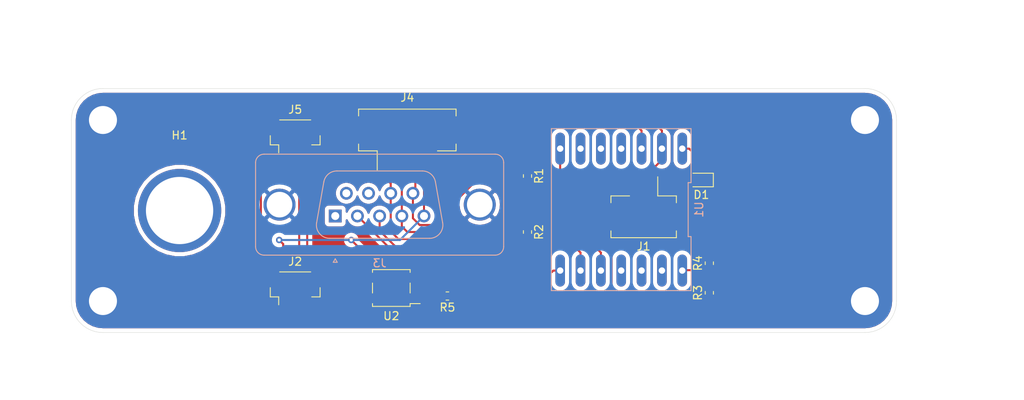
<source format=kicad_pcb>
(kicad_pcb (version 20171130) (host pcbnew "(5.1.5-0)")

  (general
    (thickness 1.6)
    (drawings 12)
    (tracks 149)
    (zones 0)
    (modules 14)
    (nets 22)
  )

  (page A4)
  (layers
    (0 F.Cu signal)
    (31 B.Cu signal)
    (32 B.Adhes user)
    (33 F.Adhes user)
    (34 B.Paste user)
    (35 F.Paste user)
    (36 B.SilkS user)
    (37 F.SilkS user)
    (38 B.Mask user)
    (39 F.Mask user)
    (40 Dwgs.User user)
    (41 Cmts.User user)
    (42 Eco1.User user)
    (43 Eco2.User user)
    (44 Edge.Cuts user)
    (45 Margin user)
    (46 B.CrtYd user)
    (47 F.CrtYd user)
    (48 B.Fab user hide)
    (49 F.Fab user hide)
  )

  (setup
    (last_trace_width 0.25)
    (trace_clearance 0.2)
    (zone_clearance 0.508)
    (zone_45_only no)
    (trace_min 0.2)
    (via_size 0.8)
    (via_drill 0.4)
    (via_min_size 0.4)
    (via_min_drill 0.3)
    (uvia_size 0.3)
    (uvia_drill 0.1)
    (uvias_allowed no)
    (uvia_min_size 0.2)
    (uvia_min_drill 0.1)
    (edge_width 0.05)
    (segment_width 0.2)
    (pcb_text_width 0.3)
    (pcb_text_size 1.5 1.5)
    (mod_edge_width 0.12)
    (mod_text_size 1 1)
    (mod_text_width 0.15)
    (pad_size 10.4 10.4)
    (pad_drill 8.4)
    (pad_to_mask_clearance 0.051)
    (solder_mask_min_width 0.25)
    (aux_axis_origin 0 0)
    (visible_elements FFFFFF7F)
    (pcbplotparams
      (layerselection 0x010fc_ffffffff)
      (usegerberextensions true)
      (usegerberattributes false)
      (usegerberadvancedattributes false)
      (creategerberjobfile false)
      (excludeedgelayer true)
      (linewidth 0.100000)
      (plotframeref false)
      (viasonmask false)
      (mode 1)
      (useauxorigin false)
      (hpglpennumber 1)
      (hpglpenspeed 20)
      (hpglpendiameter 15.000000)
      (psnegative false)
      (psa4output false)
      (plotreference true)
      (plotvalue true)
      (plotinvisibletext false)
      (padsonsilk false)
      (subtractmaskfromsilk false)
      (outputformat 1)
      (mirror false)
      (drillshape 0)
      (scaleselection 1)
      (outputdirectory "gerbers/back/"))
  )

  (net 0 "")
  (net 1 /3V_I2C)
  (net 2 /SCL)
  (net 3 /GND_I2C)
  (net 4 /SDA)
  (net 5 GND)
  (net 6 "Net-(U1-Pad9)")
  (net 7 "Net-(U1-Pad10)")
  (net 8 "Net-(U1-Pad4)")
  (net 9 "Net-(U1-Pad11)")
  (net 10 "Net-(D1-Pad1)")
  (net 11 "Net-(J2-Pad2)")
  (net 12 "Net-(J3-Pad7)")
  (net 13 "Net-(J3-Pad6)")
  (net 14 /tx)
  (net 15 /rx)
  (net 16 "Net-(J3-Pad1)")
  (net 17 "Net-(R3-Pad2)")
  (net 18 +5V)
  (net 19 "Net-(R5-Pad2)")
  (net 20 "Net-(U1-Pad3)")
  (net 21 "Net-(U1-Pad2)")

  (net_class Default "This is the default net class."
    (clearance 0.2)
    (trace_width 0.25)
    (via_dia 0.8)
    (via_drill 0.4)
    (uvia_dia 0.3)
    (uvia_drill 0.1)
    (add_net +5V)
    (add_net /3V_I2C)
    (add_net /GND_I2C)
    (add_net /SCL)
    (add_net /SDA)
    (add_net /rx)
    (add_net /tx)
    (add_net GND)
    (add_net "Net-(D1-Pad1)")
    (add_net "Net-(J2-Pad2)")
    (add_net "Net-(J3-Pad1)")
    (add_net "Net-(J3-Pad6)")
    (add_net "Net-(J3-Pad7)")
    (add_net "Net-(R3-Pad2)")
    (add_net "Net-(R5-Pad2)")
    (add_net "Net-(U1-Pad10)")
    (add_net "Net-(U1-Pad11)")
    (add_net "Net-(U1-Pad2)")
    (add_net "Net-(U1-Pad3)")
    (add_net "Net-(U1-Pad4)")
    (add_net "Net-(U1-Pad9)")
  )

  (module 0my_footprints:MountingHole_8.4mm_PJ-066 (layer F.Cu) (tedit 600DE8D0) (tstamp 6005E6FE)
    (at 109.565 111.315)
    (descr "Mounting Hole 8.4mm, no annular, M8")
    (tags "mounting hole 8.4mm no annular m8")
    (path /6043FFF5)
    (zone_connect 2)
    (attr virtual)
    (fp_text reference H1 (at 0 -9.4) (layer F.SilkS)
      (effects (font (size 1 1) (thickness 0.15)))
    )
    (fp_text value MountingHole (at 0 9.4) (layer F.Fab)
      (effects (font (size 1 1) (thickness 0.15)))
    )
    (fp_text user %R (at 0.3 0) (layer F.Fab)
      (effects (font (size 1 1) (thickness 0.15)))
    )
    (fp_circle (center 0 0) (end 5.75 0) (layer Cmts.User) (width 0.15))
    (fp_circle (center 0 0) (end 6 0) (layer F.CrtYd) (width 0.05))
    (pad "" thru_hole circle (at 0 0) (size 10.4 10.4) (drill 8.4) (layers *.Cu *.Mask)
      (zone_connect 2))
  )

  (module Package_SO:SO-4_4.4x4.3mm_P2.54mm (layer F.Cu) (tedit 5A02F2D3) (tstamp 600DFD6B)
    (at 136 121 180)
    (descr "4-Lead Plastic Small Outline (SO), see https://docs.broadcom.com/docs/AV02-0173EN")
    (tags "SO SOIC 2.54")
    (path /601C7996)
    (attr smd)
    (fp_text reference U2 (at 0 -3.5) (layer F.SilkS)
      (effects (font (size 1 1) (thickness 0.15)))
    )
    (fp_text value AQY212 (at 0 3.5) (layer F.Fab)
      (effects (font (size 1 1) (thickness 0.15)))
    )
    (fp_line (start 2.35 0.62) (end 2.35 -0.62) (layer F.SilkS) (width 0.12))
    (fp_line (start -2.35 0.62) (end -2.35 -0.62) (layer F.SilkS) (width 0.12))
    (fp_line (start -2.2 -1.15) (end -1.2 -2.15) (layer F.Fab) (width 0.1))
    (fp_line (start -2.2 2.15) (end -2.2 -1.15) (layer F.Fab) (width 0.1))
    (fp_line (start 2.2 2.15) (end 2.2 -2.15) (layer F.Fab) (width 0.1))
    (fp_line (start -2.2 2.15) (end 2.2 2.15) (layer F.Fab) (width 0.1))
    (fp_line (start 3.85 -2.4) (end 3.85 2.4) (layer F.CrtYd) (width 0.05))
    (fp_line (start 3.85 2.4) (end -3.85 2.4) (layer F.CrtYd) (width 0.05))
    (fp_line (start -3.85 2.4) (end -3.85 -2.4) (layer F.CrtYd) (width 0.05))
    (fp_line (start -3.85 -2.4) (end 3.85 -2.4) (layer F.CrtYd) (width 0.05))
    (fp_line (start -2.35 -1.95) (end -2.35 -2.3) (layer F.SilkS) (width 0.12))
    (fp_line (start -2.35 -2.3) (end 2.35 -2.3) (layer F.SilkS) (width 0.12))
    (fp_line (start 2.35 -2.3) (end 2.35 -1.95) (layer F.SilkS) (width 0.12))
    (fp_line (start -2.35 -1.95) (end -3.6 -1.95) (layer F.SilkS) (width 0.12))
    (fp_line (start -2.35 1.95) (end -2.35 2.3) (layer F.SilkS) (width 0.12))
    (fp_line (start -2.35 2.3) (end 2.35 2.3) (layer F.SilkS) (width 0.12))
    (fp_line (start 2.35 2.3) (end 2.35 1.95) (layer F.SilkS) (width 0.12))
    (fp_text user %R (at 0 0) (layer F.Fab)
      (effects (font (size 1 1) (thickness 0.15)))
    )
    (fp_line (start -1.2 -2.15) (end 2.2 -2.15) (layer F.Fab) (width 0.1))
    (pad 3 smd rect (at 3 1.27 90) (size 0.8 1.2) (layers F.Cu F.Paste F.Mask)
      (net 11 "Net-(J2-Pad2)"))
    (pad 2 smd rect (at -3 1.27 90) (size 0.8 1.2) (layers F.Cu F.Paste F.Mask)
      (net 3 /GND_I2C))
    (pad 1 smd rect (at -3 -1.27 90) (size 0.8 1.2) (layers F.Cu F.Paste F.Mask)
      (net 19 "Net-(R5-Pad2)"))
    (pad 4 smd rect (at 3 -1.27 90) (size 0.8 1.2) (layers F.Cu F.Paste F.Mask)
      (net 1 /3V_I2C))
    (model ${KISYS3DMOD}/Package_SO.3dshapes/SO-4_4.4x4.3mm_P2.54mm.wrl
      (at (xyz 0 0 0))
      (scale (xyz 1 1 1))
      (rotate (xyz 0 0 0))
    )
  )

  (module Resistor_SMD:R_0603_1608Metric_Pad1.05x0.95mm_HandSolder (layer F.Cu) (tedit 5B301BBD) (tstamp 600DFD16)
    (at 143 122 180)
    (descr "Resistor SMD 0603 (1608 Metric), square (rectangular) end terminal, IPC_7351 nominal with elongated pad for handsoldering. (Body size source: http://www.tortai-tech.com/upload/download/2011102023233369053.pdf), generated with kicad-footprint-generator")
    (tags "resistor handsolder")
    (path /601CADF5)
    (attr smd)
    (fp_text reference R5 (at 0 -1.43) (layer F.SilkS)
      (effects (font (size 1 1) (thickness 0.15)))
    )
    (fp_text value 3.3K (at 0 1.43) (layer F.Fab)
      (effects (font (size 1 1) (thickness 0.15)))
    )
    (fp_text user %R (at 0 0) (layer F.Fab)
      (effects (font (size 0.4 0.4) (thickness 0.06)))
    )
    (fp_line (start 1.65 0.73) (end -1.65 0.73) (layer F.CrtYd) (width 0.05))
    (fp_line (start 1.65 -0.73) (end 1.65 0.73) (layer F.CrtYd) (width 0.05))
    (fp_line (start -1.65 -0.73) (end 1.65 -0.73) (layer F.CrtYd) (width 0.05))
    (fp_line (start -1.65 0.73) (end -1.65 -0.73) (layer F.CrtYd) (width 0.05))
    (fp_line (start -0.171267 0.51) (end 0.171267 0.51) (layer F.SilkS) (width 0.12))
    (fp_line (start -0.171267 -0.51) (end 0.171267 -0.51) (layer F.SilkS) (width 0.12))
    (fp_line (start 0.8 0.4) (end -0.8 0.4) (layer F.Fab) (width 0.1))
    (fp_line (start 0.8 -0.4) (end 0.8 0.4) (layer F.Fab) (width 0.1))
    (fp_line (start -0.8 -0.4) (end 0.8 -0.4) (layer F.Fab) (width 0.1))
    (fp_line (start -0.8 0.4) (end -0.8 -0.4) (layer F.Fab) (width 0.1))
    (pad 2 smd roundrect (at 0.875 0 180) (size 1.05 0.95) (layers F.Cu F.Paste F.Mask) (roundrect_rratio 0.25)
      (net 19 "Net-(R5-Pad2)"))
    (pad 1 smd roundrect (at -0.875 0 180) (size 1.05 0.95) (layers F.Cu F.Paste F.Mask) (roundrect_rratio 0.25)
      (net 18 +5V))
    (model ${KISYS3DMOD}/Resistor_SMD.3dshapes/R_0603_1608Metric.wrl
      (at (xyz 0 0 0))
      (scale (xyz 1 1 1))
      (rotate (xyz 0 0 0))
    )
  )

  (module Connector_JST:JST_SH_BM04B-SRSS-TB_1x04-1MP_P1.00mm_Vertical (layer F.Cu) (tedit 5B78AD87) (tstamp 600DFB6D)
    (at 124 121)
    (descr "JST SH series connector, BM04B-SRSS-TB (http://www.jst-mfg.com/product/pdf/eng/eSH.pdf), generated with kicad-footprint-generator")
    (tags "connector JST SH side entry")
    (path /601BF973)
    (attr smd)
    (fp_text reference J2 (at 0 -3.3) (layer F.SilkS)
      (effects (font (size 1 1) (thickness 0.15)))
    )
    (fp_text value JST-SH (at 0 3.3) (layer F.Fab)
      (effects (font (size 1 1) (thickness 0.15)))
    )
    (fp_text user %R (at 0 -0.25) (layer F.Fab)
      (effects (font (size 1 1) (thickness 0.15)))
    )
    (fp_line (start -1.5 0.292893) (end -1 1) (layer F.Fab) (width 0.1))
    (fp_line (start -2 1) (end -1.5 0.292893) (layer F.Fab) (width 0.1))
    (fp_line (start 3.9 -2.6) (end -3.9 -2.6) (layer F.CrtYd) (width 0.05))
    (fp_line (start 3.9 2.6) (end 3.9 -2.6) (layer F.CrtYd) (width 0.05))
    (fp_line (start -3.9 2.6) (end 3.9 2.6) (layer F.CrtYd) (width 0.05))
    (fp_line (start -3.9 -2.6) (end -3.9 2.6) (layer F.CrtYd) (width 0.05))
    (fp_line (start 1.65 -1.55) (end 1.35 -1.55) (layer F.Fab) (width 0.1))
    (fp_line (start 1.65 -0.95) (end 1.65 -1.55) (layer F.Fab) (width 0.1))
    (fp_line (start 1.35 -0.95) (end 1.65 -0.95) (layer F.Fab) (width 0.1))
    (fp_line (start 1.35 -1.55) (end 1.35 -0.95) (layer F.Fab) (width 0.1))
    (fp_line (start 0.65 -1.55) (end 0.35 -1.55) (layer F.Fab) (width 0.1))
    (fp_line (start 0.65 -0.95) (end 0.65 -1.55) (layer F.Fab) (width 0.1))
    (fp_line (start 0.35 -0.95) (end 0.65 -0.95) (layer F.Fab) (width 0.1))
    (fp_line (start 0.35 -1.55) (end 0.35 -0.95) (layer F.Fab) (width 0.1))
    (fp_line (start -0.35 -1.55) (end -0.65 -1.55) (layer F.Fab) (width 0.1))
    (fp_line (start -0.35 -0.95) (end -0.35 -1.55) (layer F.Fab) (width 0.1))
    (fp_line (start -0.65 -0.95) (end -0.35 -0.95) (layer F.Fab) (width 0.1))
    (fp_line (start -0.65 -1.55) (end -0.65 -0.95) (layer F.Fab) (width 0.1))
    (fp_line (start -1.35 -1.55) (end -1.65 -1.55) (layer F.Fab) (width 0.1))
    (fp_line (start -1.35 -0.95) (end -1.35 -1.55) (layer F.Fab) (width 0.1))
    (fp_line (start -1.65 -0.95) (end -1.35 -0.95) (layer F.Fab) (width 0.1))
    (fp_line (start -1.65 -1.55) (end -1.65 -0.95) (layer F.Fab) (width 0.1))
    (fp_line (start 3 1) (end 3 -1.9) (layer F.Fab) (width 0.1))
    (fp_line (start -3 1) (end -3 -1.9) (layer F.Fab) (width 0.1))
    (fp_line (start -3 -1.9) (end 3 -1.9) (layer F.Fab) (width 0.1))
    (fp_line (start -1.94 -2.01) (end 1.94 -2.01) (layer F.SilkS) (width 0.12))
    (fp_line (start 3.11 1.11) (end 2.06 1.11) (layer F.SilkS) (width 0.12))
    (fp_line (start 3.11 -0.04) (end 3.11 1.11) (layer F.SilkS) (width 0.12))
    (fp_line (start -2.06 1.11) (end -2.06 2.1) (layer F.SilkS) (width 0.12))
    (fp_line (start -3.11 1.11) (end -2.06 1.11) (layer F.SilkS) (width 0.12))
    (fp_line (start -3.11 -0.04) (end -3.11 1.11) (layer F.SilkS) (width 0.12))
    (fp_line (start -3 1) (end 3 1) (layer F.Fab) (width 0.1))
    (pad MP smd roundrect (at 2.8 -1.2) (size 1.2 1.8) (layers F.Cu F.Paste F.Mask) (roundrect_rratio 0.208333))
    (pad MP smd roundrect (at -2.8 -1.2) (size 1.2 1.8) (layers F.Cu F.Paste F.Mask) (roundrect_rratio 0.208333))
    (pad 4 smd roundrect (at 1.5 1.325) (size 0.6 1.55) (layers F.Cu F.Paste F.Mask) (roundrect_rratio 0.25)
      (net 2 /SCL))
    (pad 3 smd roundrect (at 0.5 1.325) (size 0.6 1.55) (layers F.Cu F.Paste F.Mask) (roundrect_rratio 0.25)
      (net 4 /SDA))
    (pad 2 smd roundrect (at -0.5 1.325) (size 0.6 1.55) (layers F.Cu F.Paste F.Mask) (roundrect_rratio 0.25)
      (net 11 "Net-(J2-Pad2)"))
    (pad 1 smd roundrect (at -1.5 1.325) (size 0.6 1.55) (layers F.Cu F.Paste F.Mask) (roundrect_rratio 0.25)
      (net 3 /GND_I2C))
    (model ${KISYS3DMOD}/Connector_JST.3dshapes/JST_SH_BM04B-SRSS-TB_1x04-1MP_P1.00mm_Vertical.wrl
      (at (xyz 0 0 0))
      (scale (xyz 1 1 1))
      (rotate (xyz 0 0 0))
    )
  )

  (module Resistor_SMD:R_0603_1608Metric_Pad1.05x0.95mm_HandSolder (layer F.Cu) (tedit 5B301BBD) (tstamp 6005D778)
    (at 175.7 117.9 90)
    (descr "Resistor SMD 0603 (1608 Metric), square (rectangular) end terminal, IPC_7351 nominal with elongated pad for handsoldering. (Body size source: http://www.tortai-tech.com/upload/download/2011102023233369053.pdf), generated with kicad-footprint-generator")
    (tags "resistor handsolder")
    (path /60435EC0)
    (attr smd)
    (fp_text reference R4 (at 0 -1.43 90) (layer F.SilkS)
      (effects (font (size 1 1) (thickness 0.15)))
    )
    (fp_text value 3.3K (at 0 1.43 90) (layer F.Fab)
      (effects (font (size 1 1) (thickness 0.15)))
    )
    (fp_text user %R (at 0 0 90) (layer F.Fab)
      (effects (font (size 0.4 0.4) (thickness 0.06)))
    )
    (fp_line (start 1.65 0.73) (end -1.65 0.73) (layer F.CrtYd) (width 0.05))
    (fp_line (start 1.65 -0.73) (end 1.65 0.73) (layer F.CrtYd) (width 0.05))
    (fp_line (start -1.65 -0.73) (end 1.65 -0.73) (layer F.CrtYd) (width 0.05))
    (fp_line (start -1.65 0.73) (end -1.65 -0.73) (layer F.CrtYd) (width 0.05))
    (fp_line (start -0.171267 0.51) (end 0.171267 0.51) (layer F.SilkS) (width 0.12))
    (fp_line (start -0.171267 -0.51) (end 0.171267 -0.51) (layer F.SilkS) (width 0.12))
    (fp_line (start 0.8 0.4) (end -0.8 0.4) (layer F.Fab) (width 0.1))
    (fp_line (start 0.8 -0.4) (end 0.8 0.4) (layer F.Fab) (width 0.1))
    (fp_line (start -0.8 -0.4) (end 0.8 -0.4) (layer F.Fab) (width 0.1))
    (fp_line (start -0.8 0.4) (end -0.8 -0.4) (layer F.Fab) (width 0.1))
    (pad 2 smd roundrect (at 0.875 0 90) (size 1.05 0.95) (layers F.Cu F.Paste F.Mask) (roundrect_rratio 0.25)
      (net 3 /GND_I2C))
    (pad 1 smd roundrect (at -0.875 0 90) (size 1.05 0.95) (layers F.Cu F.Paste F.Mask) (roundrect_rratio 0.25)
      (net 17 "Net-(R3-Pad2)"))
    (model ${KISYS3DMOD}/Resistor_SMD.3dshapes/R_0603_1608Metric.wrl
      (at (xyz 0 0 0))
      (scale (xyz 1 1 1))
      (rotate (xyz 0 0 0))
    )
  )

  (module Resistor_SMD:R_0603_1608Metric_Pad1.05x0.95mm_HandSolder (layer F.Cu) (tedit 5B301BBD) (tstamp 6005D767)
    (at 175.7 121.6 90)
    (descr "Resistor SMD 0603 (1608 Metric), square (rectangular) end terminal, IPC_7351 nominal with elongated pad for handsoldering. (Body size source: http://www.tortai-tech.com/upload/download/2011102023233369053.pdf), generated with kicad-footprint-generator")
    (tags "resistor handsolder")
    (path /604359CD)
    (attr smd)
    (fp_text reference R3 (at 0 -1.43 90) (layer F.SilkS)
      (effects (font (size 1 1) (thickness 0.15)))
    )
    (fp_text value 2K (at 0 1.43 90) (layer F.Fab)
      (effects (font (size 1 1) (thickness 0.15)))
    )
    (fp_text user %R (at 0 0 90) (layer F.Fab)
      (effects (font (size 0.4 0.4) (thickness 0.06)))
    )
    (fp_line (start 1.65 0.73) (end -1.65 0.73) (layer F.CrtYd) (width 0.05))
    (fp_line (start 1.65 -0.73) (end 1.65 0.73) (layer F.CrtYd) (width 0.05))
    (fp_line (start -1.65 -0.73) (end 1.65 -0.73) (layer F.CrtYd) (width 0.05))
    (fp_line (start -1.65 0.73) (end -1.65 -0.73) (layer F.CrtYd) (width 0.05))
    (fp_line (start -0.171267 0.51) (end 0.171267 0.51) (layer F.SilkS) (width 0.12))
    (fp_line (start -0.171267 -0.51) (end 0.171267 -0.51) (layer F.SilkS) (width 0.12))
    (fp_line (start 0.8 0.4) (end -0.8 0.4) (layer F.Fab) (width 0.1))
    (fp_line (start 0.8 -0.4) (end 0.8 0.4) (layer F.Fab) (width 0.1))
    (fp_line (start -0.8 -0.4) (end 0.8 -0.4) (layer F.Fab) (width 0.1))
    (fp_line (start -0.8 0.4) (end -0.8 -0.4) (layer F.Fab) (width 0.1))
    (pad 2 smd roundrect (at 0.875 0 90) (size 1.05 0.95) (layers F.Cu F.Paste F.Mask) (roundrect_rratio 0.25)
      (net 17 "Net-(R3-Pad2)"))
    (pad 1 smd roundrect (at -0.875 0 90) (size 1.05 0.95) (layers F.Cu F.Paste F.Mask) (roundrect_rratio 0.25)
      (net 18 +5V))
    (model ${KISYS3DMOD}/Resistor_SMD.3dshapes/R_0603_1608Metric.wrl
      (at (xyz 0 0 0))
      (scale (xyz 1 1 1))
      (rotate (xyz 0 0 0))
    )
  )

  (module Diode_SMD:D_SOD-323 (layer F.Cu) (tedit 58641739) (tstamp 6005D576)
    (at 174.7 107.5 180)
    (descr SOD-323)
    (tags SOD-323)
    (path /6042E268)
    (attr smd)
    (fp_text reference D1 (at 0 -1.85) (layer F.SilkS)
      (effects (font (size 1 1) (thickness 0.15)))
    )
    (fp_text value BAT60A (at 0.1 1.9) (layer F.Fab)
      (effects (font (size 1 1) (thickness 0.15)))
    )
    (fp_line (start -1.5 -0.85) (end 1.05 -0.85) (layer F.SilkS) (width 0.12))
    (fp_line (start -1.5 0.85) (end 1.05 0.85) (layer F.SilkS) (width 0.12))
    (fp_line (start -1.6 -0.95) (end -1.6 0.95) (layer F.CrtYd) (width 0.05))
    (fp_line (start -1.6 0.95) (end 1.6 0.95) (layer F.CrtYd) (width 0.05))
    (fp_line (start 1.6 -0.95) (end 1.6 0.95) (layer F.CrtYd) (width 0.05))
    (fp_line (start -1.6 -0.95) (end 1.6 -0.95) (layer F.CrtYd) (width 0.05))
    (fp_line (start -0.9 -0.7) (end 0.9 -0.7) (layer F.Fab) (width 0.1))
    (fp_line (start 0.9 -0.7) (end 0.9 0.7) (layer F.Fab) (width 0.1))
    (fp_line (start 0.9 0.7) (end -0.9 0.7) (layer F.Fab) (width 0.1))
    (fp_line (start -0.9 0.7) (end -0.9 -0.7) (layer F.Fab) (width 0.1))
    (fp_line (start -0.3 -0.35) (end -0.3 0.35) (layer F.Fab) (width 0.1))
    (fp_line (start -0.3 0) (end -0.5 0) (layer F.Fab) (width 0.1))
    (fp_line (start -0.3 0) (end 0.2 -0.35) (layer F.Fab) (width 0.1))
    (fp_line (start 0.2 -0.35) (end 0.2 0.35) (layer F.Fab) (width 0.1))
    (fp_line (start 0.2 0.35) (end -0.3 0) (layer F.Fab) (width 0.1))
    (fp_line (start 0.2 0) (end 0.45 0) (layer F.Fab) (width 0.1))
    (fp_line (start -1.5 -0.85) (end -1.5 0.85) (layer F.SilkS) (width 0.12))
    (fp_text user %R (at 0 -1.85) (layer F.Fab)
      (effects (font (size 1 1) (thickness 0.15)))
    )
    (pad 2 smd rect (at 1.05 0 180) (size 0.6 0.45) (layers F.Cu F.Paste F.Mask)
      (net 18 +5V))
    (pad 1 smd rect (at -1.05 0 180) (size 0.6 0.45) (layers F.Cu F.Paste F.Mask)
      (net 10 "Net-(D1-Pad1)"))
    (model ${KISYS3DMOD}/Diode_SMD.3dshapes/D_SOD-323.wrl
      (at (xyz 0 0 0))
      (scale (xyz 1 1 1))
      (rotate (xyz 0 0 0))
    )
  )

  (module 0my_footprints:QT_PY_DIP-14_600_ELL (layer B.Cu) (tedit 0) (tstamp 6005E053)
    (at 164.7 111.2 180)
    (path /5FCB1320)
    (fp_text reference U1 (at -9.72 0 270) (layer B.SilkS)
      (effects (font (size 1 1) (thickness 0.15)) (justify mirror))
    )
    (fp_text value QT_PY (at 0 0) (layer B.Fab)
      (effects (font (size 1 1) (thickness 0.15)) (justify mirror))
    )
    (fp_line (start -8.47 -9.87) (end -8.47 9.87) (layer B.CrtYd) (width 0.05))
    (fp_line (start 8.47 -9.87) (end -8.47 -9.87) (layer B.CrtYd) (width 0.05))
    (fp_line (start 8.47 9.87) (end 8.47 -9.87) (layer B.CrtYd) (width 0.05))
    (fp_line (start -8.47 9.87) (end 8.47 9.87) (layer B.CrtYd) (width 0.05))
    (fp_line (start -8.72 -3.373333) (end -8.72 -10.12) (layer B.SilkS) (width 0.12))
    (fp_line (start -8.36 -3.373333) (end -8.72 -3.373333) (layer B.SilkS) (width 0.12))
    (fp_line (start -8.36 3.373333) (end -8.36 -3.373333) (layer B.SilkS) (width 0.12))
    (fp_line (start -8.72 3.373333) (end -8.36 3.373333) (layer B.SilkS) (width 0.12))
    (fp_line (start -8.72 10.12) (end -8.72 3.373333) (layer B.SilkS) (width 0.12))
    (fp_line (start 8.72 10.12) (end -8.72 10.12) (layer B.SilkS) (width 0.12))
    (fp_line (start 8.72 -10.12) (end 8.72 10.12) (layer B.SilkS) (width 0.12))
    (fp_line (start -8.72 -10.12) (end 8.72 -10.12) (layer B.SilkS) (width 0.12))
    (pad 7 thru_hole oval (at 7.62 -7.62 180) (size 1.2 4) (drill 0.8) (layers *.Cu *.Mask)
      (net 14 /tx))
    (pad 8 thru_hole oval (at 7.62 7.62 180) (size 1.2 4) (drill 0.8) (layers *.Cu *.Mask)
      (net 15 /rx))
    (pad 6 thru_hole oval (at 5.08 -7.62 180) (size 1.2 4) (drill 0.8) (layers *.Cu *.Mask)
      (net 2 /SCL))
    (pad 9 thru_hole oval (at 5.08 7.62 180) (size 1.2 4) (drill 0.8) (layers *.Cu *.Mask)
      (net 6 "Net-(U1-Pad9)"))
    (pad 5 thru_hole oval (at 2.54 -7.62 180) (size 1.2 4) (drill 0.8) (layers *.Cu *.Mask)
      (net 4 /SDA))
    (pad 10 thru_hole oval (at 2.54 7.62 180) (size 1.2 4) (drill 0.8) (layers *.Cu *.Mask)
      (net 7 "Net-(U1-Pad10)"))
    (pad 4 thru_hole oval (at 0 -7.62 180) (size 1.2 4) (drill 0.8) (layers *.Cu *.Mask)
      (net 8 "Net-(U1-Pad4)"))
    (pad 11 thru_hole oval (at 0 7.62 180) (size 1.2 4) (drill 0.8) (layers *.Cu *.Mask)
      (net 9 "Net-(U1-Pad11)"))
    (pad 3 thru_hole oval (at -2.54 -7.62 180) (size 1.2 4) (drill 0.8) (layers *.Cu *.Mask)
      (net 20 "Net-(U1-Pad3)"))
    (pad 12 thru_hole oval (at -2.54 7.62 180) (size 1.2 4) (drill 0.8) (layers *.Cu *.Mask)
      (net 1 /3V_I2C))
    (pad 2 thru_hole oval (at -5.08 -7.62 180) (size 1.2 4) (drill 0.8) (layers *.Cu *.Mask)
      (net 21 "Net-(U1-Pad2)"))
    (pad 13 thru_hole oval (at -5.08 7.62 180) (size 1.2 4) (drill 0.8) (layers *.Cu *.Mask)
      (net 3 /GND_I2C))
    (pad 1 thru_hole oval (at -7.62 -7.62 180) (size 1.2 4) (drill 0.8) (layers *.Cu *.Mask)
      (net 17 "Net-(R3-Pad2)"))
    (pad 14 thru_hole oval (at -7.62 7.62 180) (size 1.2 4) (drill 0.8) (layers *.Cu *.Mask)
      (net 10 "Net-(D1-Pad1)"))
  )

  (module Resistor_SMD:R_0603_1608Metric_Pad1.05x0.95mm_HandSolder (layer F.Cu) (tedit 5B301BBD) (tstamp 5FDFBD81)
    (at 153 114 270)
    (descr "Resistor SMD 0603 (1608 Metric), square (rectangular) end terminal, IPC_7351 nominal with elongated pad for handsoldering. (Body size source: http://www.tortai-tech.com/upload/download/2011102023233369053.pdf), generated with kicad-footprint-generator")
    (tags "resistor handsolder")
    (path /5FFC8E26)
    (attr smd)
    (fp_text reference R2 (at 0 -1.43 90) (layer F.SilkS)
      (effects (font (size 1 1) (thickness 0.15)))
    )
    (fp_text value R_Small_US (at 0 1.43 90) (layer F.Fab)
      (effects (font (size 1 1) (thickness 0.15)))
    )
    (fp_text user %R (at 0 0 90) (layer F.Fab)
      (effects (font (size 0.4 0.4) (thickness 0.06)))
    )
    (fp_line (start 1.65 0.73) (end -1.65 0.73) (layer F.CrtYd) (width 0.05))
    (fp_line (start 1.65 -0.73) (end 1.65 0.73) (layer F.CrtYd) (width 0.05))
    (fp_line (start -1.65 -0.73) (end 1.65 -0.73) (layer F.CrtYd) (width 0.05))
    (fp_line (start -1.65 0.73) (end -1.65 -0.73) (layer F.CrtYd) (width 0.05))
    (fp_line (start -0.171267 0.51) (end 0.171267 0.51) (layer F.SilkS) (width 0.12))
    (fp_line (start -0.171267 -0.51) (end 0.171267 -0.51) (layer F.SilkS) (width 0.12))
    (fp_line (start 0.8 0.4) (end -0.8 0.4) (layer F.Fab) (width 0.1))
    (fp_line (start 0.8 -0.4) (end 0.8 0.4) (layer F.Fab) (width 0.1))
    (fp_line (start -0.8 -0.4) (end 0.8 -0.4) (layer F.Fab) (width 0.1))
    (fp_line (start -0.8 0.4) (end -0.8 -0.4) (layer F.Fab) (width 0.1))
    (pad 2 smd roundrect (at 0.875 0 270) (size 1.05 0.95) (layers F.Cu F.Paste F.Mask) (roundrect_rratio 0.25)
      (net 2 /SCL))
    (pad 1 smd roundrect (at -0.875 0 270) (size 1.05 0.95) (layers F.Cu F.Paste F.Mask) (roundrect_rratio 0.25)
      (net 1 /3V_I2C))
    (model ${KISYS3DMOD}/Resistor_SMD.3dshapes/R_0603_1608Metric.wrl
      (at (xyz 0 0 0))
      (scale (xyz 1 1 1))
      (rotate (xyz 0 0 0))
    )
  )

  (module Resistor_SMD:R_0603_1608Metric_Pad1.05x0.95mm_HandSolder (layer F.Cu) (tedit 5B301BBD) (tstamp 5FDFBD70)
    (at 153 107 270)
    (descr "Resistor SMD 0603 (1608 Metric), square (rectangular) end terminal, IPC_7351 nominal with elongated pad for handsoldering. (Body size source: http://www.tortai-tech.com/upload/download/2011102023233369053.pdf), generated with kicad-footprint-generator")
    (tags "resistor handsolder")
    (path /5FFC849B)
    (attr smd)
    (fp_text reference R1 (at 0 -1.43 90) (layer F.SilkS)
      (effects (font (size 1 1) (thickness 0.15)))
    )
    (fp_text value R_Small_US (at 0 1.43 90) (layer F.Fab)
      (effects (font (size 1 1) (thickness 0.15)))
    )
    (fp_text user %R (at 0 0 90) (layer F.Fab)
      (effects (font (size 0.4 0.4) (thickness 0.06)))
    )
    (fp_line (start 1.65 0.73) (end -1.65 0.73) (layer F.CrtYd) (width 0.05))
    (fp_line (start 1.65 -0.73) (end 1.65 0.73) (layer F.CrtYd) (width 0.05))
    (fp_line (start -1.65 -0.73) (end 1.65 -0.73) (layer F.CrtYd) (width 0.05))
    (fp_line (start -1.65 0.73) (end -1.65 -0.73) (layer F.CrtYd) (width 0.05))
    (fp_line (start -0.171267 0.51) (end 0.171267 0.51) (layer F.SilkS) (width 0.12))
    (fp_line (start -0.171267 -0.51) (end 0.171267 -0.51) (layer F.SilkS) (width 0.12))
    (fp_line (start 0.8 0.4) (end -0.8 0.4) (layer F.Fab) (width 0.1))
    (fp_line (start 0.8 -0.4) (end 0.8 0.4) (layer F.Fab) (width 0.1))
    (fp_line (start -0.8 -0.4) (end 0.8 -0.4) (layer F.Fab) (width 0.1))
    (fp_line (start -0.8 0.4) (end -0.8 -0.4) (layer F.Fab) (width 0.1))
    (pad 2 smd roundrect (at 0.875 0 270) (size 1.05 0.95) (layers F.Cu F.Paste F.Mask) (roundrect_rratio 0.25)
      (net 4 /SDA))
    (pad 1 smd roundrect (at -0.875 0 270) (size 1.05 0.95) (layers F.Cu F.Paste F.Mask) (roundrect_rratio 0.25)
      (net 1 /3V_I2C))
    (model ${KISYS3DMOD}/Resistor_SMD.3dshapes/R_0603_1608Metric.wrl
      (at (xyz 0 0 0))
      (scale (xyz 1 1 1))
      (rotate (xyz 0 0 0))
    )
  )

  (module Connector_JST:JST_SH_BM04B-SRSS-TB_1x04-1MP_P1.00mm_Vertical (layer F.Cu) (tedit 5B78AD87) (tstamp 5FDFBD5F)
    (at 124 102)
    (descr "JST SH series connector, BM04B-SRSS-TB (http://www.jst-mfg.com/product/pdf/eng/eSH.pdf), generated with kicad-footprint-generator")
    (tags "connector JST SH side entry")
    (path /5FFC6E13)
    (attr smd)
    (fp_text reference J5 (at 0 -3.3) (layer F.SilkS)
      (effects (font (size 1 1) (thickness 0.15)))
    )
    (fp_text value JST-SH (at 0 3.3) (layer F.Fab)
      (effects (font (size 1 1) (thickness 0.15)))
    )
    (fp_text user %R (at 0 -0.25) (layer F.Fab)
      (effects (font (size 1 1) (thickness 0.15)))
    )
    (fp_line (start -1.5 0.292893) (end -1 1) (layer F.Fab) (width 0.1))
    (fp_line (start -2 1) (end -1.5 0.292893) (layer F.Fab) (width 0.1))
    (fp_line (start 3.9 -2.6) (end -3.9 -2.6) (layer F.CrtYd) (width 0.05))
    (fp_line (start 3.9 2.6) (end 3.9 -2.6) (layer F.CrtYd) (width 0.05))
    (fp_line (start -3.9 2.6) (end 3.9 2.6) (layer F.CrtYd) (width 0.05))
    (fp_line (start -3.9 -2.6) (end -3.9 2.6) (layer F.CrtYd) (width 0.05))
    (fp_line (start 1.65 -1.55) (end 1.35 -1.55) (layer F.Fab) (width 0.1))
    (fp_line (start 1.65 -0.95) (end 1.65 -1.55) (layer F.Fab) (width 0.1))
    (fp_line (start 1.35 -0.95) (end 1.65 -0.95) (layer F.Fab) (width 0.1))
    (fp_line (start 1.35 -1.55) (end 1.35 -0.95) (layer F.Fab) (width 0.1))
    (fp_line (start 0.65 -1.55) (end 0.35 -1.55) (layer F.Fab) (width 0.1))
    (fp_line (start 0.65 -0.95) (end 0.65 -1.55) (layer F.Fab) (width 0.1))
    (fp_line (start 0.35 -0.95) (end 0.65 -0.95) (layer F.Fab) (width 0.1))
    (fp_line (start 0.35 -1.55) (end 0.35 -0.95) (layer F.Fab) (width 0.1))
    (fp_line (start -0.35 -1.55) (end -0.65 -1.55) (layer F.Fab) (width 0.1))
    (fp_line (start -0.35 -0.95) (end -0.35 -1.55) (layer F.Fab) (width 0.1))
    (fp_line (start -0.65 -0.95) (end -0.35 -0.95) (layer F.Fab) (width 0.1))
    (fp_line (start -0.65 -1.55) (end -0.65 -0.95) (layer F.Fab) (width 0.1))
    (fp_line (start -1.35 -1.55) (end -1.65 -1.55) (layer F.Fab) (width 0.1))
    (fp_line (start -1.35 -0.95) (end -1.35 -1.55) (layer F.Fab) (width 0.1))
    (fp_line (start -1.65 -0.95) (end -1.35 -0.95) (layer F.Fab) (width 0.1))
    (fp_line (start -1.65 -1.55) (end -1.65 -0.95) (layer F.Fab) (width 0.1))
    (fp_line (start 3 1) (end 3 -1.9) (layer F.Fab) (width 0.1))
    (fp_line (start -3 1) (end -3 -1.9) (layer F.Fab) (width 0.1))
    (fp_line (start -3 -1.9) (end 3 -1.9) (layer F.Fab) (width 0.1))
    (fp_line (start -1.94 -2.01) (end 1.94 -2.01) (layer F.SilkS) (width 0.12))
    (fp_line (start 3.11 1.11) (end 2.06 1.11) (layer F.SilkS) (width 0.12))
    (fp_line (start 3.11 -0.04) (end 3.11 1.11) (layer F.SilkS) (width 0.12))
    (fp_line (start -2.06 1.11) (end -2.06 2.1) (layer F.SilkS) (width 0.12))
    (fp_line (start -3.11 1.11) (end -2.06 1.11) (layer F.SilkS) (width 0.12))
    (fp_line (start -3.11 -0.04) (end -3.11 1.11) (layer F.SilkS) (width 0.12))
    (fp_line (start -3 1) (end 3 1) (layer F.Fab) (width 0.1))
    (pad MP smd roundrect (at 2.8 -1.2) (size 1.2 1.8) (layers F.Cu F.Paste F.Mask) (roundrect_rratio 0.208333))
    (pad MP smd roundrect (at -2.8 -1.2) (size 1.2 1.8) (layers F.Cu F.Paste F.Mask) (roundrect_rratio 0.208333))
    (pad 4 smd roundrect (at 1.5 1.325) (size 0.6 1.55) (layers F.Cu F.Paste F.Mask) (roundrect_rratio 0.25)
      (net 2 /SCL))
    (pad 3 smd roundrect (at 0.5 1.325) (size 0.6 1.55) (layers F.Cu F.Paste F.Mask) (roundrect_rratio 0.25)
      (net 4 /SDA))
    (pad 2 smd roundrect (at -0.5 1.325) (size 0.6 1.55) (layers F.Cu F.Paste F.Mask) (roundrect_rratio 0.25)
      (net 1 /3V_I2C))
    (pad 1 smd roundrect (at -1.5 1.325) (size 0.6 1.55) (layers F.Cu F.Paste F.Mask) (roundrect_rratio 0.25)
      (net 3 /GND_I2C))
    (model ${KISYS3DMOD}/Connector_JST.3dshapes/JST_SH_BM04B-SRSS-TB_1x04-1MP_P1.00mm_Vertical.wrl
      (at (xyz 0 0 0))
      (scale (xyz 1 1 1))
      (rotate (xyz 0 0 0))
    )
  )

  (module Connector_Dsub:DSUB-9_Male_Vertical_P2.77x2.84mm_MountingHoles (layer B.Cu) (tedit 59FEDEE2) (tstamp 6003F3E5)
    (at 129 112)
    (descr "9-pin D-Sub connector, straight/vertical, THT-mount, male, pitch 2.77x2.84mm, distance of mounting holes 25mm, see https://disti-assets.s3.amazonaws.com/tonar/files/datasheets/16730.pdf")
    (tags "9-pin D-Sub connector straight vertical THT male pitch 2.77x2.84mm mounting holes distance 25mm")
    (path /5FCAD965)
    (fp_text reference J3 (at 5.54 5.89) (layer B.SilkS)
      (effects (font (size 1 1) (thickness 0.15)) (justify mirror))
    )
    (fp_text value 191-009-113L551 (at 5.54 -8.73) (layer B.Fab)
      (effects (font (size 1 1) (thickness 0.15)) (justify mirror))
    )
    (fp_text user %R (at 5.54 -1.42) (layer B.Fab)
      (effects (font (size 1 1) (thickness 0.15)) (justify mirror))
    )
    (fp_line (start 21.5 5.35) (end -10.4 5.35) (layer B.CrtYd) (width 0.05))
    (fp_line (start 21.5 -8.2) (end 21.5 5.35) (layer B.CrtYd) (width 0.05))
    (fp_line (start -10.4 -8.2) (end 21.5 -8.2) (layer B.CrtYd) (width 0.05))
    (fp_line (start -10.4 5.35) (end -10.4 -8.2) (layer B.CrtYd) (width 0.05))
    (fp_line (start -2.32647 0.841744) (end -1.427202 -4.258256) (layer B.SilkS) (width 0.12))
    (fp_line (start 13.40647 0.841744) (end 12.507202 -4.258256) (layer B.SilkS) (width 0.12))
    (fp_line (start 0.207579 -5.63) (end 10.872421 -5.63) (layer B.SilkS) (width 0.12))
    (fp_line (start -0.691689 2.79) (end 11.771689 2.79) (layer B.SilkS) (width 0.12))
    (fp_line (start -2.278887 0.852163) (end -1.379619 -4.247837) (layer B.Fab) (width 0.1))
    (fp_line (start 13.358887 0.852163) (end 12.459619 -4.247837) (layer B.Fab) (width 0.1))
    (fp_line (start 0.196073 -5.57) (end 10.883927 -5.57) (layer B.Fab) (width 0.1))
    (fp_line (start -0.703194 2.73) (end 11.783194 2.73) (layer B.Fab) (width 0.1))
    (fp_line (start 0 5.351325) (end -0.25 5.784338) (layer B.SilkS) (width 0.12))
    (fp_line (start 0.25 5.784338) (end 0 5.351325) (layer B.SilkS) (width 0.12))
    (fp_line (start -0.25 5.784338) (end 0.25 5.784338) (layer B.SilkS) (width 0.12))
    (fp_line (start -9.945 -6.67) (end -9.945 3.83) (layer B.SilkS) (width 0.12))
    (fp_line (start 19.965 -7.73) (end -8.885 -7.73) (layer B.SilkS) (width 0.12))
    (fp_line (start 21.025 3.83) (end 21.025 -6.67) (layer B.SilkS) (width 0.12))
    (fp_line (start -8.885 4.89) (end 19.965 4.89) (layer B.SilkS) (width 0.12))
    (fp_line (start -9.885 -6.67) (end -9.885 3.83) (layer B.Fab) (width 0.1))
    (fp_line (start 19.965 -7.67) (end -8.885 -7.67) (layer B.Fab) (width 0.1))
    (fp_line (start 20.965 3.83) (end 20.965 -6.67) (layer B.Fab) (width 0.1))
    (fp_line (start -8.885 4.83) (end 19.965 4.83) (layer B.Fab) (width 0.1))
    (fp_arc (start 10.872421 -3.97) (end 10.872421 -5.63) (angle 80) (layer B.SilkS) (width 0.12))
    (fp_arc (start 0.207579 -3.97) (end 0.207579 -5.63) (angle -80) (layer B.SilkS) (width 0.12))
    (fp_arc (start 11.771689 1.13) (end 11.771689 2.79) (angle -100) (layer B.SilkS) (width 0.12))
    (fp_arc (start -0.691689 1.13) (end -0.691689 2.79) (angle 100) (layer B.SilkS) (width 0.12))
    (fp_arc (start 10.883927 -3.97) (end 10.883927 -5.57) (angle 80) (layer B.Fab) (width 0.1))
    (fp_arc (start 0.196073 -3.97) (end 0.196073 -5.57) (angle -80) (layer B.Fab) (width 0.1))
    (fp_arc (start 11.783194 1.13) (end 11.783194 2.73) (angle -100) (layer B.Fab) (width 0.1))
    (fp_arc (start -0.703194 1.13) (end -0.703194 2.73) (angle 100) (layer B.Fab) (width 0.1))
    (fp_arc (start 19.965 -6.67) (end 21.025 -6.67) (angle -90) (layer B.SilkS) (width 0.12))
    (fp_arc (start -8.885 -6.67) (end -9.945 -6.67) (angle 90) (layer B.SilkS) (width 0.12))
    (fp_arc (start 19.965 3.83) (end 19.965 4.89) (angle -90) (layer B.SilkS) (width 0.12))
    (fp_arc (start -8.885 3.83) (end -9.945 3.83) (angle -90) (layer B.SilkS) (width 0.12))
    (fp_arc (start 19.965 -6.67) (end 20.965 -6.67) (angle -90) (layer B.Fab) (width 0.1))
    (fp_arc (start -8.885 -6.67) (end -9.885 -6.67) (angle 90) (layer B.Fab) (width 0.1))
    (fp_arc (start 19.965 3.83) (end 19.965 4.83) (angle -90) (layer B.Fab) (width 0.1))
    (fp_arc (start -8.885 3.83) (end -9.885 3.83) (angle -90) (layer B.Fab) (width 0.1))
    (pad 0 thru_hole circle (at 18.04 -1.42) (size 4 4) (drill 3.2) (layers *.Cu *.Mask)
      (net 5 GND))
    (pad 0 thru_hole circle (at -6.96 -1.42) (size 4 4) (drill 3.2) (layers *.Cu *.Mask)
      (net 5 GND))
    (pad 9 thru_hole circle (at 9.695 -2.84) (size 1.6 1.6) (drill 1) (layers *.Cu *.Mask)
      (net 1 /3V_I2C))
    (pad 8 thru_hole circle (at 6.925 -2.84) (size 1.6 1.6) (drill 1) (layers *.Cu *.Mask)
      (net 2 /SCL))
    (pad 7 thru_hole circle (at 4.155 -2.84) (size 1.6 1.6) (drill 1) (layers *.Cu *.Mask)
      (net 12 "Net-(J3-Pad7)"))
    (pad 6 thru_hole circle (at 1.385 -2.84) (size 1.6 1.6) (drill 1) (layers *.Cu *.Mask)
      (net 13 "Net-(J3-Pad6)"))
    (pad 5 thru_hole circle (at 11.08 0) (size 1.6 1.6) (drill 1) (layers *.Cu *.Mask)
      (net 3 /GND_I2C))
    (pad 4 thru_hole circle (at 8.31 0) (size 1.6 1.6) (drill 1) (layers *.Cu *.Mask)
      (net 4 /SDA))
    (pad 3 thru_hole circle (at 5.54 0) (size 1.6 1.6) (drill 1) (layers *.Cu *.Mask)
      (net 14 /tx))
    (pad 2 thru_hole circle (at 2.77 0) (size 1.6 1.6) (drill 1) (layers *.Cu *.Mask)
      (net 15 /rx))
    (pad 1 thru_hole rect (at 0 0) (size 1.6 1.6) (drill 1) (layers *.Cu *.Mask)
      (net 16 "Net-(J3-Pad1)"))
    (model ${KIPRJMOD}/3D/191-009-113.STEP
      (offset (xyz -10 -7.75 5.5))
      (scale (xyz 1 1 1))
      (rotate (xyz 0 0 0))
    )
  )

  (module Connector_JST:JST_PH_B4B-PH-SM4-TB_1x04-1MP_P2.00mm_Vertical (layer F.Cu) (tedit 5B78AD87) (tstamp 5FCB56F9)
    (at 138 103)
    (descr "JST PH series connector, B4B-PH-SM4-TB (http://www.jst-mfg.com/product/pdf/eng/ePH.pdf), generated with kicad-footprint-generator")
    (tags "connector JST PH side entry")
    (path /5FCAEA1A)
    (attr smd)
    (fp_text reference J4 (at 0 -5.8) (layer F.SilkS)
      (effects (font (size 1 1) (thickness 0.15)))
    )
    (fp_text value "STEMMA JST-PH connector" (at 0 5.8) (layer F.Fab)
      (effects (font (size 1 1) (thickness 0.15)))
    )
    (fp_text user %R (at 0 1.5) (layer F.Fab)
      (effects (font (size 1 1) (thickness 0.15)))
    )
    (fp_line (start -3 0.042893) (end -2.5 0.75) (layer F.Fab) (width 0.1))
    (fp_line (start -3.5 0.75) (end -3 0.042893) (layer F.Fab) (width 0.1))
    (fp_line (start 6.7 -4.75) (end -6.7 -4.75) (layer F.CrtYd) (width 0.05))
    (fp_line (start 6.7 3.75) (end 6.7 -4.75) (layer F.CrtYd) (width 0.05))
    (fp_line (start -6.7 3.75) (end 6.7 3.75) (layer F.CrtYd) (width 0.05))
    (fp_line (start -6.7 -4.75) (end -6.7 3.75) (layer F.CrtYd) (width 0.05))
    (fp_line (start 3.25 -2.75) (end 2.75 -2.75) (layer F.Fab) (width 0.1))
    (fp_line (start 3.25 -2.25) (end 3.25 -2.75) (layer F.Fab) (width 0.1))
    (fp_line (start 2.75 -2.25) (end 3.25 -2.25) (layer F.Fab) (width 0.1))
    (fp_line (start 2.75 -2.75) (end 2.75 -2.25) (layer F.Fab) (width 0.1))
    (fp_line (start 1.25 -2.75) (end 0.75 -2.75) (layer F.Fab) (width 0.1))
    (fp_line (start 1.25 -2.25) (end 1.25 -2.75) (layer F.Fab) (width 0.1))
    (fp_line (start 0.75 -2.25) (end 1.25 -2.25) (layer F.Fab) (width 0.1))
    (fp_line (start 0.75 -2.75) (end 0.75 -2.25) (layer F.Fab) (width 0.1))
    (fp_line (start -0.75 -2.75) (end -1.25 -2.75) (layer F.Fab) (width 0.1))
    (fp_line (start -0.75 -2.25) (end -0.75 -2.75) (layer F.Fab) (width 0.1))
    (fp_line (start -1.25 -2.25) (end -0.75 -2.25) (layer F.Fab) (width 0.1))
    (fp_line (start -1.25 -2.75) (end -1.25 -2.25) (layer F.Fab) (width 0.1))
    (fp_line (start -2.75 -2.75) (end -3.25 -2.75) (layer F.Fab) (width 0.1))
    (fp_line (start -2.75 -2.25) (end -2.75 -2.75) (layer F.Fab) (width 0.1))
    (fp_line (start -3.25 -2.25) (end -2.75 -2.25) (layer F.Fab) (width 0.1))
    (fp_line (start -3.25 -2.75) (end -3.25 -2.25) (layer F.Fab) (width 0.1))
    (fp_line (start 5.975 0.75) (end 5.975 -4.25) (layer F.Fab) (width 0.1))
    (fp_line (start -5.975 0.75) (end -5.975 -4.25) (layer F.Fab) (width 0.1))
    (fp_line (start -5.975 -4.25) (end 5.975 -4.25) (layer F.Fab) (width 0.1))
    (fp_line (start 6.085 -4.36) (end 6.085 -3.51) (layer F.SilkS) (width 0.12))
    (fp_line (start -6.085 -4.36) (end 6.085 -4.36) (layer F.SilkS) (width 0.12))
    (fp_line (start -6.085 -3.51) (end -6.085 -4.36) (layer F.SilkS) (width 0.12))
    (fp_line (start 6.085 0.86) (end 3.76 0.86) (layer F.SilkS) (width 0.12))
    (fp_line (start 6.085 0.01) (end 6.085 0.86) (layer F.SilkS) (width 0.12))
    (fp_line (start -3.76 0.86) (end -3.76 3.25) (layer F.SilkS) (width 0.12))
    (fp_line (start -6.085 0.86) (end -3.76 0.86) (layer F.SilkS) (width 0.12))
    (fp_line (start -6.085 0.01) (end -6.085 0.86) (layer F.SilkS) (width 0.12))
    (fp_line (start -5.975 0.75) (end 5.975 0.75) (layer F.Fab) (width 0.1))
    (pad MP smd roundrect (at 5.4 -1.75) (size 1.6 3) (layers F.Cu F.Paste F.Mask) (roundrect_rratio 0.15625))
    (pad MP smd roundrect (at -5.4 -1.75) (size 1.6 3) (layers F.Cu F.Paste F.Mask) (roundrect_rratio 0.15625))
    (pad 4 smd roundrect (at 3 0.5) (size 1 5.5) (layers F.Cu F.Paste F.Mask) (roundrect_rratio 0.25)
      (net 3 /GND_I2C))
    (pad 3 smd roundrect (at 1 0.5) (size 1 5.5) (layers F.Cu F.Paste F.Mask) (roundrect_rratio 0.25)
      (net 1 /3V_I2C))
    (pad 2 smd roundrect (at -1 0.5) (size 1 5.5) (layers F.Cu F.Paste F.Mask) (roundrect_rratio 0.25)
      (net 4 /SDA))
    (pad 1 smd roundrect (at -3 0.5) (size 1 5.5) (layers F.Cu F.Paste F.Mask) (roundrect_rratio 0.25)
      (net 2 /SCL))
    (model ${KIPRJMOD}/3D/B4B-PH-SM4-TB.STEP
      (offset (xyz -6 5 0))
      (scale (xyz 1 1 1))
      (rotate (xyz -90 0 0))
    )
  )

  (module Connector_JST:JST_PH_B2B-PH-SM4-TB_1x02-1MP_P2.00mm_Vertical (layer F.Cu) (tedit 5B78AD87) (tstamp 5FCBA6EA)
    (at 167.5 110.35 180)
    (descr "JST PH series connector, B2B-PH-SM4-TB (http://www.jst-mfg.com/product/pdf/eng/ePH.pdf), generated with kicad-footprint-generator")
    (tags "connector JST PH side entry")
    (path /5FCB3EC2)
    (attr smd)
    (fp_text reference J1 (at 0 -5.45) (layer F.SilkS)
      (effects (font (size 1 1) (thickness 0.15)))
    )
    (fp_text value JST-PH2 (at 0 4.45) (layer F.Fab)
      (effects (font (size 1 1) (thickness 0.15)))
    )
    (fp_text user %R (at 0 -1 90) (layer F.Fab)
      (effects (font (size 1 1) (thickness 0.15)))
    )
    (fp_line (start -1 0.042893) (end -0.5 0.75) (layer F.Fab) (width 0.1))
    (fp_line (start -1.5 0.75) (end -1 0.042893) (layer F.Fab) (width 0.1))
    (fp_line (start 4.7 -4.75) (end -4.7 -4.75) (layer F.CrtYd) (width 0.05))
    (fp_line (start 4.7 3.75) (end 4.7 -4.75) (layer F.CrtYd) (width 0.05))
    (fp_line (start -4.7 3.75) (end 4.7 3.75) (layer F.CrtYd) (width 0.05))
    (fp_line (start -4.7 -4.75) (end -4.7 3.75) (layer F.CrtYd) (width 0.05))
    (fp_line (start 1.25 -2.75) (end 0.75 -2.75) (layer F.Fab) (width 0.1))
    (fp_line (start 1.25 -2.25) (end 1.25 -2.75) (layer F.Fab) (width 0.1))
    (fp_line (start 0.75 -2.25) (end 1.25 -2.25) (layer F.Fab) (width 0.1))
    (fp_line (start 0.75 -2.75) (end 0.75 -2.25) (layer F.Fab) (width 0.1))
    (fp_line (start -0.75 -2.75) (end -1.25 -2.75) (layer F.Fab) (width 0.1))
    (fp_line (start -0.75 -2.25) (end -0.75 -2.75) (layer F.Fab) (width 0.1))
    (fp_line (start -1.25 -2.25) (end -0.75 -2.25) (layer F.Fab) (width 0.1))
    (fp_line (start -1.25 -2.75) (end -1.25 -2.25) (layer F.Fab) (width 0.1))
    (fp_line (start 3.975 0.75) (end 3.975 -4.25) (layer F.Fab) (width 0.1))
    (fp_line (start -3.975 0.75) (end -3.975 -4.25) (layer F.Fab) (width 0.1))
    (fp_line (start -3.975 -4.25) (end 3.975 -4.25) (layer F.Fab) (width 0.1))
    (fp_line (start 4.085 -4.36) (end 4.085 -3.51) (layer F.SilkS) (width 0.12))
    (fp_line (start -4.085 -4.36) (end 4.085 -4.36) (layer F.SilkS) (width 0.12))
    (fp_line (start -4.085 -3.51) (end -4.085 -4.36) (layer F.SilkS) (width 0.12))
    (fp_line (start 4.085 0.86) (end 1.76 0.86) (layer F.SilkS) (width 0.12))
    (fp_line (start 4.085 0.01) (end 4.085 0.86) (layer F.SilkS) (width 0.12))
    (fp_line (start -1.76 0.86) (end -1.76 3.25) (layer F.SilkS) (width 0.12))
    (fp_line (start -4.085 0.86) (end -1.76 0.86) (layer F.SilkS) (width 0.12))
    (fp_line (start -4.085 0.01) (end -4.085 0.86) (layer F.SilkS) (width 0.12))
    (fp_line (start -3.975 0.75) (end 3.975 0.75) (layer F.Fab) (width 0.1))
    (pad MP smd roundrect (at 3.4 -1.75 180) (size 1.6 3) (layers F.Cu F.Paste F.Mask) (roundrect_rratio 0.15625))
    (pad MP smd roundrect (at -3.4 -1.75 180) (size 1.6 3) (layers F.Cu F.Paste F.Mask) (roundrect_rratio 0.15625))
    (pad 2 smd roundrect (at 1 0.5 180) (size 1 5.5) (layers F.Cu F.Paste F.Mask) (roundrect_rratio 0.25)
      (net 3 /GND_I2C))
    (pad 1 smd roundrect (at -1 0.5 180) (size 1 5.5) (layers F.Cu F.Paste F.Mask) (roundrect_rratio 0.25)
      (net 18 +5V))
    (model ${KIPRJMOD}/3D/B2B-PH-SM4-TB.STEP
      (offset (xyz -4 3 0))
      (scale (xyz 1 1 1))
      (rotate (xyz -90 0 0))
    )
  )

  (gr_text "96.065\n" (at 96 112) (layer Dwgs.User)
    (effects (font (size 1 1) (thickness 0.15)))
  )
  (gr_text 199.065 (at 199 112) (layer Dwgs.User)
    (effects (font (size 1 1) (thickness 0.15)))
  )
  (gr_text "SC - BP v3\n" (at 111.9 123) (layer F.Cu)
    (effects (font (size 1.5 1.5) (thickness 0.3)))
  )
  (gr_text "https://www.norcomp.net/products/dualport-dsub/85\nhttps://content.norcomp.net/rohspdfs/Connectors/PanelCutOuts/Panel_Cutout_D-Sub-Single.pdf" (at 124.7 94.3) (layer Dwgs.User)
    (effects (font (size 1 1) (thickness 0.15)))
  )
  (gr_arc (start 100 100) (end 96.065 100) (angle 90) (layer Edge.Cuts) (width 0.05))
  (gr_line (start 100 96.065) (end 195.13 96.065) (layer Edge.Cuts) (width 0.05))
  (gr_arc (start 195.13 100) (end 195.13 96.065) (angle 90) (layer Edge.Cuts) (width 0.05) (tstamp 5FC2B15F))
  (gr_line (start 199.065 100) (end 199.065 122.63) (layer Edge.Cuts) (width 0.05))
  (gr_arc (start 195.13 122.63) (end 199.065 122.63) (angle 90) (layer Edge.Cuts) (width 0.05) (tstamp 5FC2B156))
  (gr_line (start 195.13 126.565) (end 100 126.565) (layer Edge.Cuts) (width 0.05))
  (gr_arc (start 100 122.63) (end 100 126.565) (angle 90) (layer Edge.Cuts) (width 0.05) (tstamp 5FC2B148))
  (gr_line (start 96.065 122.63) (end 96.065 100) (layer Edge.Cuts) (width 0.05))

  (segment (start 167.24 104.56) (end 167.24 102.31) (width 0.25) (layer F.Cu) (net 1) (status 30))
  (segment (start 167.24 101.33) (end 165.61 99.7) (width 0.25) (layer F.Cu) (net 1))
  (segment (start 167.24 103.58) (end 167.24 101.33) (width 0.25) (layer F.Cu) (net 1) (status 10))
  (segment (start 165.61 99.7) (end 154.9 99.7) (width 0.25) (layer F.Cu) (net 1))
  (segment (start 154.9 99.7) (end 154.9 108.35) (width 0.25) (layer F.Cu) (net 1))
  (segment (start 138.695 109.16) (end 138.84 109.16) (width 0.25) (layer F.Cu) (net 1) (status 30))
  (segment (start 139 109) (end 139 103.5) (width 0.25) (layer F.Cu) (net 1) (status 30))
  (segment (start 138.84 109.16) (end 139 109) (width 0.25) (layer F.Cu) (net 1) (status 30))
  (segment (start 153 113.125) (end 153 111) (width 0.25) (layer F.Cu) (net 1) (status 10))
  (segment (start 153 111) (end 154.9 109.1) (width 0.25) (layer F.Cu) (net 1))
  (segment (start 153 106.125) (end 154.875 106.125) (width 0.25) (layer F.Cu) (net 1) (status 10))
  (segment (start 154.875 106.125) (end 155 106) (width 0.25) (layer F.Cu) (net 1))
  (segment (start 155 106) (end 154.9 99.7) (width 0.25) (layer F.Cu) (net 1))
  (segment (start 154.9 109.1) (end 155 106) (width 0.25) (layer F.Cu) (net 1))
  (segment (start 154.478998 99.7) (end 154.9 99.7) (width 0.25) (layer F.Cu) (net 1))
  (segment (start 139.539999 113.125001) (end 141.053997 113.125001) (width 0.25) (layer F.Cu) (net 1))
  (segment (start 138.695 112.280002) (end 139.539999 113.125001) (width 0.25) (layer F.Cu) (net 1))
  (segment (start 141.053997 113.125001) (end 154.478998 99.7) (width 0.25) (layer F.Cu) (net 1))
  (segment (start 138.695 109.16) (end 138.695 112.280002) (width 0.25) (layer F.Cu) (net 1) (status 10))
  (segment (start 123.5 104.1) (end 119.714999 107.885001) (width 0.25) (layer F.Cu) (net 1))
  (segment (start 119.714999 107.885001) (end 119.714999 123.714999) (width 0.25) (layer F.Cu) (net 1))
  (segment (start 123.5 103.325) (end 123.5 104.1) (width 0.25) (layer F.Cu) (net 1))
  (segment (start 119.714999 123.714999) (end 121 125) (width 0.25) (layer F.Cu) (net 1))
  (segment (start 130.92 125) (end 133 122.92) (width 0.25) (layer F.Cu) (net 1))
  (segment (start 133 122.92) (end 133 122.27) (width 0.25) (layer F.Cu) (net 1))
  (segment (start 121 125) (end 130.92 125) (width 0.25) (layer F.Cu) (net 1))
  (segment (start 139 100.75) (end 139 103.5) (width 0.25) (layer F.Cu) (net 1))
  (segment (start 125.05001 98.14999) (end 136.39999 98.14999) (width 0.25) (layer F.Cu) (net 1))
  (segment (start 136.39999 98.14999) (end 139 100.75) (width 0.25) (layer F.Cu) (net 1))
  (segment (start 123.5 99.7) (end 125.05001 98.14999) (width 0.25) (layer F.Cu) (net 1))
  (segment (start 123.5 103.325) (end 123.5 99.7) (width 0.25) (layer F.Cu) (net 1))
  (segment (start 159.62 120.09) (end 159.62 117.84) (width 0.25) (layer F.Cu) (net 2) (status 30))
  (segment (start 135.925 109.16) (end 135.925 107.925) (width 0.25) (layer F.Cu) (net 2) (status 10))
  (segment (start 135 107) (end 135 103.5) (width 0.25) (layer F.Cu) (net 2) (status 20))
  (segment (start 135.925 107.925) (end 135 107) (width 0.25) (layer F.Cu) (net 2))
  (segment (start 157.925 114.875) (end 153 114.875) (width 0.25) (layer F.Cu) (net 2) (status 20))
  (segment (start 159.62 116.57) (end 157.925 114.875) (width 0.25) (layer F.Cu) (net 2))
  (segment (start 159.62 118.82) (end 159.62 116.57) (width 0.25) (layer F.Cu) (net 2) (status 10))
  (segment (start 153 114.875) (end 136.875 114.875) (width 0.25) (layer F.Cu) (net 2) (status 10))
  (segment (start 135.925 113.925) (end 135.925 109.16) (width 0.25) (layer F.Cu) (net 2) (status 20))
  (segment (start 136.875 114.875) (end 135.925 113.925) (width 0.25) (layer F.Cu) (net 2))
  (segment (start 135 103.5) (end 135 100.5) (width 0.25) (layer F.Cu) (net 2) (status 10))
  (segment (start 135 100.5) (end 133.55001 99.05001) (width 0.25) (layer F.Cu) (net 2))
  (segment (start 126.44999 99.05001) (end 126.34999 99.05001) (width 0.25) (layer F.Cu) (net 2))
  (segment (start 133.55001 99.05001) (end 126.44999 99.05001) (width 0.25) (layer F.Cu) (net 2))
  (segment (start 125.5 102.5) (end 125.5 103.325) (width 0.25) (layer F.Cu) (net 2))
  (segment (start 125.5 99.35001) (end 125.5 102.5) (width 0.25) (layer F.Cu) (net 2))
  (segment (start 125.8 99.05001) (end 125.5 99.35001) (width 0.25) (layer F.Cu) (net 2))
  (segment (start 126.44999 99.05001) (end 125.8 99.05001) (width 0.25) (layer F.Cu) (net 2))
  (segment (start 125.5 122.325) (end 125.5 103.325) (width 0.25) (layer F.Cu) (net 2))
  (segment (start 140.08 112) (end 140.08 108.92) (width 0.25) (layer F.Cu) (net 3) (status 10))
  (segment (start 141 108) (end 141 103.5) (width 0.25) (layer F.Cu) (net 3) (status 20))
  (segment (start 140.08 108.92) (end 141 108) (width 0.25) (layer F.Cu) (net 3))
  (segment (start 169.78 101.33) (end 167.45 99) (width 0.25) (layer F.Cu) (net 3))
  (segment (start 169.78 103.58) (end 169.78 101.33) (width 0.25) (layer F.Cu) (net 3) (status 10))
  (segment (start 141 100.75) (end 141 103.5) (width 0.25) (layer F.Cu) (net 3) (status 30))
  (segment (start 142.75 99) (end 141 100.75) (width 0.25) (layer F.Cu) (net 3) (status 20))
  (segment (start 167.45 99) (end 142.75 99) (width 0.25) (layer F.Cu) (net 3))
  (segment (start 169.78 104.98) (end 169.78 103.58) (width 0.25) (layer F.Cu) (net 3) (status 30))
  (segment (start 166.5 108.26) (end 169.78 104.98) (width 0.25) (layer F.Cu) (net 3) (status 30))
  (segment (start 166.5 109.85) (end 166.5 108.26) (width 0.25) (layer F.Cu) (net 3) (status 30))
  (segment (start 175.7 116.5) (end 174.3 115.1) (width 0.25) (layer F.Cu) (net 3) (status 10))
  (segment (start 175.7 117.025) (end 175.7 116.5) (width 0.25) (layer F.Cu) (net 3) (status 30))
  (segment (start 174.3 115.1) (end 168 115.1) (width 0.25) (layer F.Cu) (net 3))
  (segment (start 166.5 113.6) (end 166.5 109.85) (width 0.25) (layer F.Cu) (net 3) (status 20))
  (segment (start 168 115.1) (end 166.5 113.6) (width 0.25) (layer F.Cu) (net 3))
  (via (at 131 115) (size 0.8) (drill 0.4) (layers F.Cu B.Cu) (net 3))
  (segment (start 137.08 115) (end 131 115) (width 0.25) (layer B.Cu) (net 3))
  (segment (start 140.08 112) (end 137.08 115) (width 0.25) (layer B.Cu) (net 3))
  (segment (start 135.73 119.73) (end 139 119.73) (width 0.25) (layer F.Cu) (net 3))
  (segment (start 131 115) (end 135.73 119.73) (width 0.25) (layer F.Cu) (net 3))
  (via (at 122 115) (size 0.8) (drill 0.4) (layers F.Cu B.Cu) (net 3))
  (segment (start 131 115) (end 122 115) (width 0.25) (layer B.Cu) (net 3))
  (segment (start 122.5 115.5) (end 122.5 122.325) (width 0.25) (layer F.Cu) (net 3))
  (segment (start 122 115) (end 122.5 115.5) (width 0.25) (layer F.Cu) (net 3))
  (segment (start 122.5 99.7) (end 124.500019 97.699981) (width 0.25) (layer F.Cu) (net 3))
  (segment (start 141.5 101.2) (end 141.5 103) (width 0.25) (layer F.Cu) (net 3))
  (segment (start 141.5 103) (end 141 103.5) (width 0.25) (layer F.Cu) (net 3))
  (segment (start 124.500019 97.699981) (end 137.999981 97.699981) (width 0.25) (layer F.Cu) (net 3))
  (segment (start 137.999981 97.699981) (end 141.5 101.2) (width 0.25) (layer F.Cu) (net 3))
  (segment (start 122.5 103.325) (end 122.5 99.7) (width 0.25) (layer F.Cu) (net 3))
  (segment (start 162.16 117.84) (end 162.16 120.09) (width 0.25) (layer F.Cu) (net 4) (status 30))
  (segment (start 137.31 112) (end 137.31 107.31) (width 0.25) (layer F.Cu) (net 4) (status 10))
  (segment (start 137 107) (end 137 103.5) (width 0.25) (layer F.Cu) (net 4) (status 20))
  (segment (start 137.31 107.31) (end 137 107) (width 0.25) (layer F.Cu) (net 4))
  (segment (start 151 114) (end 138 114) (width 0.25) (layer F.Cu) (net 4))
  (segment (start 137.31 113.31) (end 137.31 112) (width 0.25) (layer F.Cu) (net 4) (status 20))
  (segment (start 138 114) (end 137.31 113.31) (width 0.25) (layer F.Cu) (net 4))
  (segment (start 153 108.26) (end 153 107.875) (width 0.25) (layer F.Cu) (net 4) (status 30))
  (segment (start 162.16 118.82) (end 162.16 117.42) (width 0.25) (layer F.Cu) (net 4) (status 30))
  (segment (start 162.16 116.57) (end 162.16 118.82) (width 0.25) (layer F.Cu) (net 4) (status 20))
  (segment (start 159.59 114) (end 162.16 116.57) (width 0.25) (layer F.Cu) (net 4))
  (segment (start 152.525 107.875) (end 151 109.4) (width 0.25) (layer F.Cu) (net 4) (status 10))
  (segment (start 153 107.875) (end 152.525 107.875) (width 0.25) (layer F.Cu) (net 4) (status 30))
  (segment (start 151 109.4) (end 151 114) (width 0.25) (layer F.Cu) (net 4))
  (segment (start 151 114) (end 159.59 114) (width 0.25) (layer F.Cu) (net 4))
  (segment (start 125.3 98.6) (end 124.5 99.4) (width 0.25) (layer F.Cu) (net 4))
  (segment (start 124.5 99.4) (end 124.5 102.5) (width 0.25) (layer F.Cu) (net 4))
  (segment (start 135.2 98.6) (end 125.3 98.6) (width 0.25) (layer F.Cu) (net 4))
  (segment (start 124.5 102.5) (end 124.5 103.325) (width 0.25) (layer F.Cu) (net 4))
  (segment (start 137 100.4) (end 135.2 98.6) (width 0.25) (layer F.Cu) (net 4))
  (segment (start 137 103.5) (end 137 100.4) (width 0.25) (layer F.Cu) (net 4))
  (segment (start 124.5 103.325) (end 124.5 122.325) (width 0.25) (layer F.Cu) (net 4))
  (via (at 100 100) (size 5.8) (drill 3.5) (layers F.Cu B.Cu) (net 5))
  (via (at 100 122.63) (size 5.8) (drill 3.5) (layers F.Cu B.Cu) (net 5))
  (via (at 195.13 100) (size 5.8) (drill 3.5) (layers F.Cu B.Cu) (net 5))
  (via (at 195.13 122.63) (size 5.8) (drill 3.5) (layers F.Cu B.Cu) (net 5))
  (segment (start 173.65 107.975) (end 173.65 107.5) (width 0.25) (layer F.Cu) (net 18) (status 20))
  (segment (start 171.775 109.85) (end 173.65 107.975) (width 0.25) (layer F.Cu) (net 18))
  (segment (start 168.5 109.85) (end 171.775 109.85) (width 0.25) (layer F.Cu) (net 18) (status 10))
  (segment (start 176.175 122.475) (end 177.3 121.35) (width 0.25) (layer F.Cu) (net 18))
  (segment (start 175.7 122.475) (end 176.175 122.475) (width 0.25) (layer F.Cu) (net 18) (status 10))
  (segment (start 177.3 115.375) (end 171.775 109.85) (width 0.25) (layer F.Cu) (net 18))
  (segment (start 177.3 121.35) (end 177.3 115.375) (width 0.25) (layer F.Cu) (net 18))
  (segment (start 172.4 103.5) (end 172.32 103.58) (width 0.25) (layer F.Cu) (net 10) (status 30))
  (segment (start 173.17 103.58) (end 172.32 103.58) (width 0.25) (layer F.Cu) (net 10) (status 20))
  (segment (start 175.75 106.16) (end 173.17 103.58) (width 0.25) (layer F.Cu) (net 10))
  (segment (start 175.75 107.5) (end 175.75 106.16) (width 0.25) (layer F.Cu) (net 10) (status 10))
  (segment (start 131 120.88) (end 131 124.28359) (width 0.25) (layer F.Cu) (net 11))
  (segment (start 132.15 119.73) (end 131 120.88) (width 0.25) (layer F.Cu) (net 11))
  (segment (start 133 119.73) (end 132.15 119.73) (width 0.25) (layer F.Cu) (net 11))
  (segment (start 131 124.28359) (end 130.7336 124.54999) (width 0.25) (layer F.Cu) (net 11))
  (segment (start 124.54999 124.54999) (end 123.5 123.5) (width 0.25) (layer F.Cu) (net 11))
  (segment (start 123.5 123.1) (end 123.5 122.325) (width 0.25) (layer F.Cu) (net 11))
  (segment (start 123.5 123.5) (end 123.5 123.1) (width 0.25) (layer F.Cu) (net 11))
  (segment (start 130.7336 124.54999) (end 124.54999 124.54999) (width 0.25) (layer F.Cu) (net 11))
  (segment (start 156.23 118.82) (end 156.05 119) (width 0.25) (layer F.Cu) (net 14))
  (segment (start 157.08 118.82) (end 156.23 118.82) (width 0.25) (layer F.Cu) (net 14) (status 10))
  (segment (start 156.05 119) (end 146.2 119) (width 0.25) (layer F.Cu) (net 14))
  (segment (start 146.2 119) (end 143.12501 115.92501) (width 0.25) (layer F.Cu) (net 14))
  (segment (start 134.54 112) (end 134.54 113.84) (width 0.25) (layer F.Cu) (net 14) (status 10))
  (segment (start 136.62501 115.92501) (end 143.12501 115.92501) (width 0.25) (layer F.Cu) (net 14))
  (segment (start 134.54 113.84) (end 136.62501 115.92501) (width 0.25) (layer F.Cu) (net 14))
  (segment (start 163.5 121.8) (end 148 121.8) (width 0.25) (layer F.Cu) (net 15))
  (segment (start 163.5 116.7) (end 163.5 121.8) (width 0.25) (layer F.Cu) (net 15))
  (segment (start 157.831839 111.031839) (end 163.5 116.7) (width 0.25) (layer F.Cu) (net 15))
  (segment (start 157.08 111.031839) (end 157.831839 111.031839) (width 0.25) (layer F.Cu) (net 15))
  (segment (start 157.08 103.58) (end 157.08 111.031839) (width 0.25) (layer F.Cu) (net 15) (status 10))
  (segment (start 131.77 112) (end 136.27 116.5) (width 0.25) (layer F.Cu) (net 15) (status 10))
  (segment (start 142.7 116.5) (end 142.57502 116.37502) (width 0.25) (layer F.Cu) (net 15))
  (segment (start 136.27 116.5) (end 142.7 116.5) (width 0.25) (layer F.Cu) (net 15))
  (segment (start 148 121.8) (end 142.7 116.5) (width 0.25) (layer F.Cu) (net 15))
  (segment (start 175.7 120.725) (end 175.7 118.775) (width 0.25) (layer F.Cu) (net 17) (status 30))
  (segment (start 172.365 118.775) (end 172.32 118.82) (width 0.25) (layer F.Cu) (net 17) (status 30))
  (segment (start 175.7 118.775) (end 172.365 118.775) (width 0.25) (layer F.Cu) (net 17) (status 30))
  (segment (start 144.35 122.475) (end 143.875 122) (width 0.25) (layer F.Cu) (net 18))
  (segment (start 175.7 122.475) (end 144.35 122.475) (width 0.25) (layer F.Cu) (net 18))
  (segment (start 139.27 122) (end 139 122.27) (width 0.25) (layer F.Cu) (net 19))
  (segment (start 142.125 122) (end 139.27 122) (width 0.25) (layer F.Cu) (net 19))

  (zone (net 0) (net_name "") (layer F.Mask) (tstamp 600E5D61) (hatch edge 0.508)
    (connect_pads (clearance 0.508))
    (min_thickness 0.254)
    (fill yes (arc_segments 32) (thermal_gap 0.508) (thermal_bridge_width 0.508))
    (polygon
      (pts
        (xy 205 130) (xy 90 130) (xy 90 90) (xy 205 90)
      )
    )
    (filled_polygon
      (pts
        (xy 195.515697 96.083948) (xy 195.89768 96.14061) (xy 196.27227 96.23444) (xy 196.635859 96.364534) (xy 196.984946 96.52964)
        (xy 197.316169 96.728167) (xy 197.626338 96.958204) (xy 197.912465 97.217535) (xy 198.171796 97.503662) (xy 198.401833 97.813831)
        (xy 198.60036 98.145054) (xy 198.765466 98.494141) (xy 198.89556 98.85773) (xy 198.98939 99.23232) (xy 199.046052 99.614303)
        (xy 199.065 100) (xy 199.065 122.63) (xy 199.046052 123.015697) (xy 198.98939 123.39768) (xy 198.89556 123.77227)
        (xy 198.765466 124.135859) (xy 198.60036 124.484946) (xy 198.401833 124.816169) (xy 198.171796 125.126338) (xy 197.912465 125.412465)
        (xy 197.626338 125.671796) (xy 197.316169 125.901833) (xy 196.984946 126.10036) (xy 196.635859 126.265466) (xy 196.27227 126.39556)
        (xy 195.89768 126.48939) (xy 195.515697 126.546052) (xy 195.13 126.565) (xy 100 126.565) (xy 99.614303 126.546052)
        (xy 99.23232 126.48939) (xy 98.85773 126.39556) (xy 98.494141 126.265466) (xy 98.145054 126.10036) (xy 97.813831 125.901833)
        (xy 97.503662 125.671796) (xy 97.217535 125.412465) (xy 96.958204 125.126338) (xy 96.728167 124.816169) (xy 96.52964 124.484946)
        (xy 96.364534 124.135859) (xy 96.23444 123.77227) (xy 96.14061 123.39768) (xy 96.083948 123.015697) (xy 96.065 122.63)
        (xy 96.065 100) (xy 96.083948 99.614303) (xy 96.14061 99.23232) (xy 96.23444 98.85773) (xy 96.364534 98.494141)
        (xy 96.52964 98.145054) (xy 96.728167 97.813831) (xy 96.958204 97.503662) (xy 97.217535 97.217535) (xy 97.503662 96.958204)
        (xy 97.813831 96.728167) (xy 98.145054 96.52964) (xy 98.494141 96.364534) (xy 98.85773 96.23444) (xy 99.23232 96.14061)
        (xy 99.614303 96.083948) (xy 100 96.065) (xy 195.13 96.065)
      )
    )
  )
  (zone (net 0) (net_name "") (layer B.Mask) (tstamp 600E5D5E) (hatch edge 0.508)
    (connect_pads (clearance 0.508))
    (min_thickness 0.254)
    (fill yes (arc_segments 32) (thermal_gap 0.508) (thermal_bridge_width 0.508))
    (polygon
      (pts
        (xy 207.338451 130) (xy 92.338451 130) (xy 92.338451 90) (xy 207.338451 90)
      )
    )
    (filled_polygon
      (pts
        (xy 195.515697 96.083948) (xy 195.89768 96.14061) (xy 196.27227 96.23444) (xy 196.635859 96.364534) (xy 196.984946 96.52964)
        (xy 197.316169 96.728167) (xy 197.626338 96.958204) (xy 197.912465 97.217535) (xy 198.171796 97.503662) (xy 198.401833 97.813831)
        (xy 198.60036 98.145054) (xy 198.765466 98.494141) (xy 198.89556 98.85773) (xy 198.98939 99.23232) (xy 199.046052 99.614303)
        (xy 199.065 100) (xy 199.065 122.63) (xy 199.046052 123.015697) (xy 198.98939 123.39768) (xy 198.89556 123.77227)
        (xy 198.765466 124.135859) (xy 198.60036 124.484946) (xy 198.401833 124.816169) (xy 198.171796 125.126338) (xy 197.912465 125.412465)
        (xy 197.626338 125.671796) (xy 197.316169 125.901833) (xy 196.984946 126.10036) (xy 196.635859 126.265466) (xy 196.27227 126.39556)
        (xy 195.89768 126.48939) (xy 195.515697 126.546052) (xy 195.13 126.565) (xy 100 126.565) (xy 99.614303 126.546052)
        (xy 99.23232 126.48939) (xy 98.85773 126.39556) (xy 98.494141 126.265466) (xy 98.145054 126.10036) (xy 97.813831 125.901833)
        (xy 97.503662 125.671796) (xy 97.217535 125.412465) (xy 96.958204 125.126338) (xy 96.728167 124.816169) (xy 96.52964 124.484946)
        (xy 96.364534 124.135859) (xy 96.23444 123.77227) (xy 96.14061 123.39768) (xy 96.083948 123.015697) (xy 96.065 122.63)
        (xy 96.065 100) (xy 96.083948 99.614303) (xy 96.14061 99.23232) (xy 96.23444 98.85773) (xy 96.364534 98.494141)
        (xy 96.52964 98.145054) (xy 96.728167 97.813831) (xy 96.958204 97.503662) (xy 97.217535 97.217535) (xy 97.503662 96.958204)
        (xy 97.813831 96.728167) (xy 98.145054 96.52964) (xy 98.494141 96.364534) (xy 98.85773 96.23444) (xy 99.23232 96.14061)
        (xy 99.614303 96.083948) (xy 100 96.065) (xy 195.13 96.065)
      )
    )
  )
  (zone (net 5) (net_name GND) (layer F.Cu) (tstamp 600E5D5B) (hatch edge 0.508)
    (connect_pads (clearance 0.508))
    (min_thickness 0.254)
    (fill yes (arc_segments 32) (thermal_gap 0.508) (thermal_bridge_width 0.508))
    (polygon
      (pts
        (xy 215 135) (xy 95 135) (xy 95 85) (xy 215 85)
      )
    )
    (filled_polygon
      (pts
        (xy 195.765502 96.790476) (xy 196.376802 96.975039) (xy 196.940603 97.274817) (xy 197.435445 97.678399) (xy 197.842474 98.170412)
        (xy 198.146184 98.732112) (xy 198.335008 99.342104) (xy 198.405 100.008036) (xy 198.405001 122.597712) (xy 198.339524 123.265501)
        (xy 198.154962 123.8768) (xy 197.855183 124.440603) (xy 197.451598 124.935447) (xy 196.959587 125.342474) (xy 196.397888 125.646184)
        (xy 195.787896 125.835008) (xy 195.121964 125.905) (xy 100.032278 125.905) (xy 99.364499 125.839524) (xy 98.7532 125.654962)
        (xy 98.189397 125.355183) (xy 97.694553 124.951598) (xy 97.287526 124.459587) (xy 96.983816 123.897888) (xy 96.794992 123.287896)
        (xy 96.725 122.621964) (xy 96.725 121.21) (xy 104.222143 121.21) (xy 104.222143 125.03) (xy 119.577857 125.03)
        (xy 119.577857 124.652658) (xy 120.436201 125.511003) (xy 120.459999 125.540001) (xy 120.575724 125.634974) (xy 120.707753 125.705546)
        (xy 120.851014 125.749003) (xy 120.962667 125.76) (xy 120.962677 125.76) (xy 121 125.763676) (xy 121.037323 125.76)
        (xy 130.882678 125.76) (xy 130.92 125.763676) (xy 130.957322 125.76) (xy 130.957333 125.76) (xy 131.068986 125.749003)
        (xy 131.212247 125.705546) (xy 131.344276 125.634974) (xy 131.460001 125.540001) (xy 131.483804 125.510997) (xy 133.511004 123.483798)
        (xy 133.540001 123.460001) (xy 133.634974 123.344276) (xy 133.657345 123.302424) (xy 133.724482 123.295812) (xy 133.84418 123.259502)
        (xy 133.954494 123.200537) (xy 134.051185 123.121185) (xy 134.130537 123.024494) (xy 134.189502 122.91418) (xy 134.225812 122.794482)
        (xy 134.238072 122.67) (xy 134.238072 121.87) (xy 134.225812 121.745518) (xy 134.189502 121.62582) (xy 134.130537 121.515506)
        (xy 134.051185 121.418815) (xy 133.954494 121.339463) (xy 133.84418 121.280498) (xy 133.724482 121.244188) (xy 133.6 121.231928)
        (xy 132.4 121.231928) (xy 132.275518 121.244188) (xy 132.15582 121.280498) (xy 132.045506 121.339463) (xy 131.948815 121.418815)
        (xy 131.869463 121.515506) (xy 131.810498 121.62582) (xy 131.774188 121.745518) (xy 131.761928 121.87) (xy 131.761928 122.67)
        (xy 131.774188 122.794482) (xy 131.810498 122.91418) (xy 131.852479 122.992719) (xy 131.76 123.085198) (xy 131.76 121.194801)
        (xy 132.216801 120.738) (xy 132.275518 120.755812) (xy 132.4 120.768072) (xy 133.6 120.768072) (xy 133.724482 120.755812)
        (xy 133.84418 120.719502) (xy 133.954494 120.660537) (xy 134.051185 120.581185) (xy 134.130537 120.484494) (xy 134.189502 120.37418)
        (xy 134.225812 120.254482) (xy 134.238072 120.13) (xy 134.238072 119.33) (xy 134.236201 119.311003) (xy 135.166201 120.241003)
        (xy 135.189999 120.270001) (xy 135.218997 120.293799) (xy 135.305723 120.364974) (xy 135.437753 120.435546) (xy 135.581014 120.479003)
        (xy 135.692667 120.49) (xy 135.692676 120.49) (xy 135.729999 120.493676) (xy 135.767322 120.49) (xy 137.873982 120.49)
        (xy 137.948815 120.581185) (xy 138.045506 120.660537) (xy 138.15582 120.719502) (xy 138.275518 120.755812) (xy 138.4 120.768072)
        (xy 139.6 120.768072) (xy 139.724482 120.755812) (xy 139.84418 120.719502) (xy 139.954494 120.660537) (xy 140.051185 120.581185)
        (xy 140.130537 120.484494) (xy 140.189502 120.37418) (xy 140.225812 120.254482) (xy 140.238072 120.13) (xy 140.238072 119.33)
        (xy 140.225812 119.205518) (xy 140.189502 119.08582) (xy 140.130537 118.975506) (xy 140.051185 118.878815) (xy 139.954494 118.799463)
        (xy 139.84418 118.740498) (xy 139.724482 118.704188) (xy 139.6 118.691928) (xy 138.4 118.691928) (xy 138.275518 118.704188)
        (xy 138.15582 118.740498) (xy 138.045506 118.799463) (xy 137.948815 118.878815) (xy 137.873982 118.97) (xy 136.044802 118.97)
        (xy 132.035 114.960199) (xy 132.035 114.898061) (xy 131.995226 114.698102) (xy 131.917205 114.509744) (xy 131.803937 114.340226)
        (xy 131.659774 114.196063) (xy 131.490256 114.082795) (xy 131.301898 114.004774) (xy 131.101939 113.965) (xy 130.898061 113.965)
        (xy 130.698102 114.004774) (xy 130.509744 114.082795) (xy 130.340226 114.196063) (xy 130.196063 114.340226) (xy 130.082795 114.509744)
        (xy 130.004774 114.698102) (xy 129.965 114.898061) (xy 129.965 115.101939) (xy 130.004774 115.301898) (xy 130.082795 115.490256)
        (xy 130.196063 115.659774) (xy 130.340226 115.803937) (xy 130.509744 115.917205) (xy 130.698102 115.995226) (xy 130.898061 116.035)
        (xy 130.960199 116.035) (xy 133.618997 118.693799) (xy 133.6 118.691928) (xy 132.4 118.691928) (xy 132.275518 118.704188)
        (xy 132.15582 118.740498) (xy 132.045506 118.799463) (xy 131.948815 118.878815) (xy 131.869463 118.975506) (xy 131.837518 119.03527)
        (xy 131.725724 119.095026) (xy 131.609999 119.189999) (xy 131.586201 119.218997) (xy 130.489003 120.316196) (xy 130.459999 120.339999)
        (xy 130.404871 120.407174) (xy 130.365026 120.455724) (xy 130.361617 120.462102) (xy 130.294454 120.587754) (xy 130.250997 120.731015)
        (xy 130.24 120.842668) (xy 130.24 120.842678) (xy 130.236324 120.88) (xy 130.24 120.917323) (xy 130.240001 123.78999)
        (xy 124.864792 123.78999) (xy 124.79827 123.723468) (xy 124.803745 123.722929) (xy 124.951582 123.678084) (xy 125 123.652204)
        (xy 125.048418 123.678084) (xy 125.196255 123.722929) (xy 125.35 123.738072) (xy 125.65 123.738072) (xy 125.803745 123.722929)
        (xy 125.951582 123.678084) (xy 126.087829 123.605258) (xy 126.207251 123.507251) (xy 126.305258 123.387829) (xy 126.378084 123.251582)
        (xy 126.422929 123.103745) (xy 126.438072 122.95) (xy 126.438072 121.7) (xy 126.422929 121.546255) (xy 126.378084 121.398418)
        (xy 126.340039 121.327242) (xy 126.449999 121.338072) (xy 127.150001 121.338072) (xy 127.323255 121.321008) (xy 127.489851 121.270472)
        (xy 127.643387 121.188405) (xy 127.777962 121.077962) (xy 127.888405 120.943387) (xy 127.970472 120.789851) (xy 128.021008 120.623255)
        (xy 128.038072 120.450001) (xy 128.038072 119.149999) (xy 128.021008 118.976745) (xy 127.970472 118.810149) (xy 127.888405 118.656613)
        (xy 127.777962 118.522038) (xy 127.643387 118.411595) (xy 127.489851 118.329528) (xy 127.323255 118.278992) (xy 127.150001 118.261928)
        (xy 126.449999 118.261928) (xy 126.276745 118.278992) (xy 126.26 118.284072) (xy 126.26 104.442976) (xy 126.305258 104.387829)
        (xy 126.378084 104.251582) (xy 126.422929 104.103745) (xy 126.438072 103.95) (xy 126.438072 102.7) (xy 126.422929 102.546255)
        (xy 126.378084 102.398418) (xy 126.340039 102.327242) (xy 126.449999 102.338072) (xy 127.150001 102.338072) (xy 127.323255 102.321008)
        (xy 127.489851 102.270472) (xy 127.643387 102.188405) (xy 127.777962 102.077962) (xy 127.888405 101.943387) (xy 127.970472 101.789851)
        (xy 128.021008 101.623255) (xy 128.038072 101.450001) (xy 128.038072 100.149999) (xy 128.021008 99.976745) (xy 127.970472 99.810149)
        (xy 127.970398 99.81001) (xy 131.184069 99.81001) (xy 131.178992 99.826746) (xy 131.161928 100) (xy 131.161928 102.5)
        (xy 131.178992 102.673254) (xy 131.229528 102.83985) (xy 131.311595 102.993386) (xy 131.422038 103.127962) (xy 131.556614 103.238405)
        (xy 131.71015 103.320472) (xy 131.876746 103.371008) (xy 132.05 103.388072) (xy 133.15 103.388072) (xy 133.323254 103.371008)
        (xy 133.48985 103.320472) (xy 133.643386 103.238405) (xy 133.777962 103.127962) (xy 133.861928 103.025649) (xy 133.861928 106)
        (xy 133.878992 106.173254) (xy 133.929528 106.33985) (xy 134.011595 106.493386) (xy 134.122038 106.627962) (xy 134.24 106.72477)
        (xy 134.24 106.962677) (xy 134.236324 107) (xy 134.24 107.037322) (xy 134.24 107.037332) (xy 134.250997 107.148985)
        (xy 134.288515 107.272667) (xy 134.294454 107.292246) (xy 134.365026 107.424276) (xy 134.374813 107.436201) (xy 134.459999 107.540001)
        (xy 134.489002 107.563803) (xy 134.990401 108.065203) (xy 134.810363 108.245241) (xy 134.65332 108.480273) (xy 134.545147 108.741426)
        (xy 134.54 108.767301) (xy 134.534853 108.741426) (xy 134.42668 108.480273) (xy 134.269637 108.245241) (xy 134.069759 108.045363)
        (xy 133.834727 107.88832) (xy 133.573574 107.780147) (xy 133.296335 107.725) (xy 133.013665 107.725) (xy 132.736426 107.780147)
        (xy 132.475273 107.88832) (xy 132.240241 108.045363) (xy 132.040363 108.245241) (xy 131.88332 108.480273) (xy 131.775147 108.741426)
        (xy 131.77 108.767301) (xy 131.764853 108.741426) (xy 131.65668 108.480273) (xy 131.499637 108.245241) (xy 131.299759 108.045363)
        (xy 131.064727 107.88832) (xy 130.803574 107.780147) (xy 130.526335 107.725) (xy 130.243665 107.725) (xy 129.966426 107.780147)
        (xy 129.705273 107.88832) (xy 129.470241 108.045363) (xy 129.270363 108.245241) (xy 129.11332 108.480273) (xy 129.005147 108.741426)
        (xy 128.95 109.018665) (xy 128.95 109.301335) (xy 129.005147 109.578574) (xy 129.11332 109.839727) (xy 129.270363 110.074759)
        (xy 129.470241 110.274637) (xy 129.705273 110.43168) (xy 129.966426 110.539853) (xy 130.243665 110.595) (xy 130.526335 110.595)
        (xy 130.803574 110.539853) (xy 131.064727 110.43168) (xy 131.299759 110.274637) (xy 131.499637 110.074759) (xy 131.65668 109.839727)
        (xy 131.764853 109.578574) (xy 131.77 109.552699) (xy 131.775147 109.578574) (xy 131.88332 109.839727) (xy 132.040363 110.074759)
        (xy 132.240241 110.274637) (xy 132.475273 110.43168) (xy 132.736426 110.539853) (xy 133.013665 110.595) (xy 133.296335 110.595)
        (xy 133.573574 110.539853) (xy 133.834727 110.43168) (xy 134.069759 110.274637) (xy 134.269637 110.074759) (xy 134.42668 109.839727)
        (xy 134.534853 109.578574) (xy 134.54 109.552699) (xy 134.545147 109.578574) (xy 134.65332 109.839727) (xy 134.810363 110.074759)
        (xy 135.010241 110.274637) (xy 135.165001 110.378044) (xy 135.165001 110.705652) (xy 134.958574 110.620147) (xy 134.681335 110.565)
        (xy 134.398665 110.565) (xy 134.121426 110.620147) (xy 133.860273 110.72832) (xy 133.625241 110.885363) (xy 133.425363 111.085241)
        (xy 133.26832 111.320273) (xy 133.160147 111.581426) (xy 133.155 111.607301) (xy 133.149853 111.581426) (xy 133.04168 111.320273)
        (xy 132.884637 111.085241) (xy 132.684759 110.885363) (xy 132.449727 110.72832) (xy 132.188574 110.620147) (xy 131.911335 110.565)
        (xy 131.628665 110.565) (xy 131.351426 110.620147) (xy 131.090273 110.72832) (xy 130.855241 110.885363) (xy 130.655363 111.085241)
        (xy 130.49832 111.320273) (xy 130.438072 111.465725) (xy 130.438072 111.2) (xy 130.425812 111.075518) (xy 130.389502 110.95582)
        (xy 130.330537 110.845506) (xy 130.251185 110.748815) (xy 130.154494 110.669463) (xy 130.04418 110.610498) (xy 129.924482 110.574188)
        (xy 129.8 110.561928) (xy 128.2 110.561928) (xy 128.075518 110.574188) (xy 127.95582 110.610498) (xy 127.845506 110.669463)
        (xy 127.748815 110.748815) (xy 127.669463 110.845506) (xy 127.610498 110.95582) (xy 127.574188 111.075518) (xy 127.561928 111.2)
        (xy 127.561928 112.8) (xy 127.574188 112.924482) (xy 127.610498 113.04418) (xy 127.669463 113.154494) (xy 127.748815 113.251185)
        (xy 127.845506 113.330537) (xy 127.95582 113.389502) (xy 128.075518 113.425812) (xy 128.2 113.438072) (xy 129.8 113.438072)
        (xy 129.924482 113.425812) (xy 130.04418 113.389502) (xy 130.154494 113.330537) (xy 130.251185 113.251185) (xy 130.330537 113.154494)
        (xy 130.389502 113.04418) (xy 130.425812 112.924482) (xy 130.438072 112.8) (xy 130.438072 112.534275) (xy 130.49832 112.679727)
        (xy 130.655363 112.914759) (xy 130.855241 113.114637) (xy 131.090273 113.27168) (xy 131.351426 113.379853) (xy 131.628665 113.435)
        (xy 131.911335 113.435) (xy 132.093887 113.398688) (xy 135.7062 117.011002) (xy 135.729999 117.040001) (xy 135.758997 117.063799)
        (xy 135.845723 117.134974) (xy 135.918707 117.173985) (xy 135.977753 117.205546) (xy 136.121014 117.249003) (xy 136.232667 117.26)
        (xy 136.232676 117.26) (xy 136.269999 117.263676) (xy 136.307322 117.26) (xy 142.385199 117.26) (xy 146.840198 121.715)
        (xy 145.033394 121.715) (xy 145.021248 121.591684) (xy 144.971423 121.427433) (xy 144.890512 121.276058) (xy 144.781623 121.143377)
        (xy 144.648942 121.034488) (xy 144.497567 120.953577) (xy 144.333316 120.903752) (xy 144.1625 120.886928) (xy 143.5875 120.886928)
        (xy 143.416684 120.903752) (xy 143.252433 120.953577) (xy 143.101058 121.034488) (xy 143 121.117425) (xy 142.898942 121.034488)
        (xy 142.747567 120.953577) (xy 142.583316 120.903752) (xy 142.4125 120.886928) (xy 141.8375 120.886928) (xy 141.666684 120.903752)
        (xy 141.502433 120.953577) (xy 141.351058 121.034488) (xy 141.218377 121.143377) (xy 141.13908 121.24) (xy 139.681959 121.24)
        (xy 139.6 121.231928) (xy 138.4 121.231928) (xy 138.275518 121.244188) (xy 138.15582 121.280498) (xy 138.045506 121.339463)
        (xy 137.948815 121.418815) (xy 137.869463 121.515506) (xy 137.810498 121.62582) (xy 137.774188 121.745518) (xy 137.761928 121.87)
        (xy 137.761928 122.67) (xy 137.774188 122.794482) (xy 137.810498 122.91418) (xy 137.869463 123.024494) (xy 137.948815 123.121185)
        (xy 138.045506 123.200537) (xy 138.15582 123.259502) (xy 138.275518 123.295812) (xy 138.4 123.308072) (xy 139.6 123.308072)
        (xy 139.724482 123.295812) (xy 139.84418 123.259502) (xy 139.954494 123.200537) (xy 140.051185 123.121185) (xy 140.130537 123.024494)
        (xy 140.189502 122.91418) (xy 140.225812 122.794482) (xy 140.229208 122.76) (xy 141.13908 122.76) (xy 141.218377 122.856623)
        (xy 141.351058 122.965512) (xy 141.502433 123.046423) (xy 141.666684 123.096248) (xy 141.8375 123.113072) (xy 142.4125 123.113072)
        (xy 142.583316 123.096248) (xy 142.747567 123.046423) (xy 142.898942 122.965512) (xy 143 122.882575) (xy 143.101058 122.965512)
        (xy 143.252433 123.046423) (xy 143.416684 123.096248) (xy 143.5875 123.113072) (xy 143.93152 123.113072) (xy 144.057753 123.180546)
        (xy 144.201014 123.224003) (xy 144.312667 123.235) (xy 144.312676 123.235) (xy 144.349999 123.238676) (xy 144.387322 123.235)
        (xy 174.727036 123.235) (xy 174.734488 123.248942) (xy 174.843377 123.381623) (xy 174.976058 123.490512) (xy 175.127433 123.571423)
        (xy 175.291684 123.621248) (xy 175.4625 123.638072) (xy 175.9375 123.638072) (xy 176.108316 123.621248) (xy 176.272567 123.571423)
        (xy 176.423942 123.490512) (xy 176.556623 123.381623) (xy 176.665512 123.248942) (xy 176.746423 123.097567) (xy 176.796248 122.933316)
        (xy 176.796768 122.928033) (xy 177.811004 121.913798) (xy 177.840001 121.890001) (xy 177.934974 121.774276) (xy 178.005546 121.642247)
        (xy 178.049003 121.498986) (xy 178.06 121.387333) (xy 178.06 121.387324) (xy 178.063676 121.350001) (xy 178.06 121.312678)
        (xy 178.06 115.412323) (xy 178.063676 115.375) (xy 178.06 115.337677) (xy 178.06 115.337667) (xy 178.049003 115.226014)
        (xy 178.005546 115.082753) (xy 177.974134 115.023986) (xy 177.934974 114.950723) (xy 177.866332 114.867083) (xy 177.840001 114.834999)
        (xy 177.811003 114.811201) (xy 172.849801 109.85) (xy 174.161009 108.538794) (xy 174.190001 108.515001) (xy 174.213795 108.486008)
        (xy 174.213799 108.486004) (xy 174.284973 108.399277) (xy 174.284974 108.399276) (xy 174.355546 108.267247) (xy 174.377197 108.195871)
        (xy 174.401185 108.176185) (xy 174.480537 108.079494) (xy 174.539502 107.96918) (xy 174.575812 107.849482) (xy 174.588072 107.725)
        (xy 174.588072 107.275) (xy 174.575812 107.150518) (xy 174.539502 107.03082) (xy 174.480537 106.920506) (xy 174.401185 106.823815)
        (xy 174.304494 106.744463) (xy 174.19418 106.685498) (xy 174.074482 106.649188) (xy 173.95 106.636928) (xy 173.35 106.636928)
        (xy 173.225518 106.649188) (xy 173.10582 106.685498) (xy 172.995506 106.744463) (xy 172.898815 106.823815) (xy 172.819463 106.920506)
        (xy 172.760498 107.03082) (xy 172.724188 107.150518) (xy 172.711928 107.275) (xy 172.711928 107.725) (xy 172.722083 107.828114)
        (xy 171.460199 109.09) (xy 169.638072 109.09) (xy 169.638072 107.35) (xy 169.621008 107.176746) (xy 169.570472 107.01015)
        (xy 169.488405 106.856614) (xy 169.377962 106.722038) (xy 169.243386 106.611595) (xy 169.230236 106.604566) (xy 169.628727 106.206076)
        (xy 169.78 106.220975) (xy 170.022101 106.19713) (xy 170.2549 106.126511) (xy 170.469448 106.011833) (xy 170.657502 105.857502)
        (xy 170.811833 105.669449) (xy 170.926511 105.454901) (xy 170.99713 105.222102) (xy 171.015 105.040665) (xy 171.015 105.040664)
        (xy 171.085 105.040664) (xy 171.10287 105.222101) (xy 171.173489 105.4549) (xy 171.288167 105.669448) (xy 171.442498 105.857502)
        (xy 171.630551 106.011833) (xy 171.845099 106.126511) (xy 172.077898 106.19713) (xy 172.32 106.220975) (xy 172.562101 106.19713)
        (xy 172.7949 106.126511) (xy 173.009448 106.011833) (xy 173.197502 105.857502) (xy 173.351833 105.669449) (xy 173.466511 105.454901)
        (xy 173.53713 105.222102) (xy 173.555 105.040665) (xy 173.555 105.039801) (xy 174.990001 106.474803) (xy 174.99 106.834556)
        (xy 174.919463 106.920506) (xy 174.860498 107.03082) (xy 174.824188 107.150518) (xy 174.811928 107.275) (xy 174.811928 107.725)
        (xy 174.824188 107.849482) (xy 174.860498 107.96918) (xy 174.919463 108.079494) (xy 174.998815 108.176185) (xy 175.095506 108.255537)
        (xy 175.20582 108.314502) (xy 175.325518 108.350812) (xy 175.45 108.363072) (xy 176.05 108.363072) (xy 176.174482 108.350812)
        (xy 176.29418 108.314502) (xy 176.404494 108.255537) (xy 176.501185 108.176185) (xy 176.580537 108.079494) (xy 176.639502 107.96918)
        (xy 176.675812 107.849482) (xy 176.688072 107.725) (xy 176.688072 107.275) (xy 176.675812 107.150518) (xy 176.639502 107.03082)
        (xy 176.580537 106.920506) (xy 176.51 106.834556) (xy 176.51 106.197322) (xy 176.513676 106.16) (xy 176.51 106.122677)
        (xy 176.51 106.122667) (xy 176.499003 106.011014) (xy 176.455546 105.867753) (xy 176.439375 105.8375) (xy 176.384974 105.735723)
        (xy 176.313799 105.648997) (xy 176.290001 105.619999) (xy 176.261003 105.596201) (xy 173.733804 103.069003) (xy 173.710001 103.039999)
        (xy 173.594276 102.945026) (xy 173.555 102.924032) (xy 173.555 102.119335) (xy 173.53713 101.937898) (xy 173.466511 101.705099)
        (xy 173.351833 101.490551) (xy 173.197502 101.302498) (xy 173.009449 101.148167) (xy 172.794901 101.033489) (xy 172.562102 100.96287)
        (xy 172.32 100.939025) (xy 172.077899 100.96287) (xy 171.8451 101.033489) (xy 171.630552 101.148167) (xy 171.442499 101.302498)
        (xy 171.288168 101.490551) (xy 171.17349 101.705099) (xy 171.102871 101.937898) (xy 171.085001 102.119335) (xy 171.085 105.040664)
        (xy 171.015 105.040664) (xy 171.015 102.119335) (xy 170.99713 101.937898) (xy 170.926511 101.705099) (xy 170.811833 101.490551)
        (xy 170.657502 101.302498) (xy 170.53072 101.198451) (xy 170.529003 101.181014) (xy 170.485546 101.037753) (xy 170.414974 100.905724)
        (xy 170.343799 100.818997) (xy 170.320001 100.789999) (xy 170.291003 100.766201) (xy 168.013804 98.489003) (xy 167.990001 98.459999)
        (xy 167.874276 98.365026) (xy 167.742247 98.294454) (xy 167.598986 98.250997) (xy 167.487333 98.24) (xy 167.487322 98.24)
        (xy 167.45 98.236324) (xy 167.412678 98.24) (xy 142.787325 98.24) (xy 142.75 98.236324) (xy 142.712675 98.24)
        (xy 142.712667 98.24) (xy 142.601014 98.250997) (xy 142.457753 98.294454) (xy 142.325724 98.365026) (xy 142.209999 98.459999)
        (xy 142.186201 98.488997) (xy 141.025 99.650198) (xy 138.563785 97.188984) (xy 138.539982 97.15998) (xy 138.424257 97.065007)
        (xy 138.292228 96.994435) (xy 138.148967 96.950978) (xy 138.037314 96.939981) (xy 138.037303 96.939981) (xy 137.999981 96.936305)
        (xy 137.962659 96.939981) (xy 124.537341 96.939981) (xy 124.500019 96.936305) (xy 124.462696 96.939981) (xy 124.462686 96.939981)
        (xy 124.351033 96.950978) (xy 124.210057 96.993742) (xy 124.207772 96.994435) (xy 124.075742 97.065007) (xy 123.992102 97.133649)
        (xy 123.960018 97.15998) (xy 123.93622 97.188978) (xy 121.988998 99.136201) (xy 121.96 99.159999) (xy 121.936202 99.188997)
        (xy 121.936201 99.188998) (xy 121.865026 99.275724) (xy 121.843743 99.315541) (xy 121.723255 99.278992) (xy 121.550001 99.261928)
        (xy 120.849999 99.261928) (xy 120.676745 99.278992) (xy 120.510149 99.329528) (xy 120.356613 99.411595) (xy 120.222038 99.522038)
        (xy 120.111595 99.656613) (xy 120.029528 99.810149) (xy 119.978992 99.976745) (xy 119.961928 100.149999) (xy 119.961928 101.450001)
        (xy 119.978992 101.623255) (xy 120.029528 101.789851) (xy 120.111595 101.943387) (xy 120.222038 102.077962) (xy 120.356613 102.188405)
        (xy 120.510149 102.270472) (xy 120.676745 102.321008) (xy 120.849999 102.338072) (xy 121.550001 102.338072) (xy 121.659961 102.327242)
        (xy 121.621916 102.398418) (xy 121.577071 102.546255) (xy 121.561928 102.7) (xy 121.561928 103.95) (xy 121.577071 104.103745)
        (xy 121.621916 104.251582) (xy 121.694742 104.387829) (xy 121.792749 104.507251) (xy 121.912171 104.605258) (xy 121.917234 104.607964)
        (xy 119.204002 107.321197) (xy 119.174998 107.345) (xy 119.142172 107.384999) (xy 119.080025 107.460725) (xy 119.018556 107.575725)
        (xy 119.009453 107.592755) (xy 118.965996 107.736016) (xy 118.954999 107.847669) (xy 118.954999 107.847679) (xy 118.951323 107.885001)
        (xy 118.954999 107.922323) (xy 118.955 121.21) (xy 104.222143 121.21) (xy 96.725 121.21) (xy 96.725 110.740303)
        (xy 103.73 110.740303) (xy 103.73 111.889697) (xy 103.954236 113.017007) (xy 104.39409 114.078909) (xy 105.03266 115.034596)
        (xy 105.845404 115.84734) (xy 106.801091 116.48591) (xy 107.862993 116.925764) (xy 108.990303 117.15) (xy 110.139697 117.15)
        (xy 111.267007 116.925764) (xy 112.328909 116.48591) (xy 113.284596 115.84734) (xy 114.09734 115.034596) (xy 114.73591 114.078909)
        (xy 115.175764 113.017007) (xy 115.4 111.889697) (xy 115.4 110.740303) (xy 115.175764 109.612993) (xy 114.73591 108.551091)
        (xy 114.09734 107.595404) (xy 113.284596 106.78266) (xy 112.328909 106.14409) (xy 111.267007 105.704236) (xy 110.139697 105.48)
        (xy 108.990303 105.48) (xy 107.862993 105.704236) (xy 106.801091 106.14409) (xy 105.845404 106.78266) (xy 105.03266 107.595404)
        (xy 104.39409 108.551091) (xy 103.954236 109.612993) (xy 103.73 110.740303) (xy 96.725 110.740303) (xy 96.725 100.032278)
        (xy 96.790476 99.364498) (xy 96.975039 98.753198) (xy 97.274817 98.189397) (xy 97.678399 97.694555) (xy 98.170412 97.287526)
        (xy 98.732112 96.983816) (xy 99.342104 96.794992) (xy 100.008036 96.725) (xy 195.097722 96.725)
      )
    )
    (filled_polygon
      (pts
        (xy 154.140001 105.365) (xy 153.972964 105.365) (xy 153.965512 105.351058) (xy 153.856623 105.218377) (xy 153.723942 105.109488)
        (xy 153.572567 105.028577) (xy 153.408316 104.978752) (xy 153.2375 104.961928) (xy 152.7625 104.961928) (xy 152.591684 104.978752)
        (xy 152.427433 105.028577) (xy 152.276058 105.109488) (xy 152.143377 105.218377) (xy 152.034488 105.351058) (xy 151.953577 105.502433)
        (xy 151.903752 105.666684) (xy 151.886928 105.8375) (xy 151.886928 106.4125) (xy 151.903752 106.583316) (xy 151.953577 106.747567)
        (xy 152.034488 106.898942) (xy 152.117425 107) (xy 152.034488 107.101058) (xy 151.953577 107.252433) (xy 151.903752 107.416684)
        (xy 151.903232 107.421966) (xy 150.489003 108.836196) (xy 150.459999 108.859999) (xy 150.410758 108.92) (xy 150.365026 108.975724)
        (xy 150.332096 109.037332) (xy 150.294454 109.107754) (xy 150.250997 109.251015) (xy 150.24 109.362668) (xy 150.24 109.362678)
        (xy 150.236324 109.4) (xy 150.24 109.437323) (xy 150.240001 113.24) (xy 142.013799 113.24) (xy 142.8263 112.427499)
        (xy 145.372106 112.427499) (xy 145.588228 112.794258) (xy 146.048105 113.034938) (xy 146.546098 113.181275) (xy 147.063071 113.227648)
        (xy 147.579159 113.172273) (xy 148.074526 113.017279) (xy 148.491772 112.794258) (xy 148.707894 112.427499) (xy 147.04 110.759605)
        (xy 145.372106 112.427499) (xy 142.8263 112.427499) (xy 144.417389 110.836411) (xy 144.447727 111.119159) (xy 144.602721 111.614526)
        (xy 144.825742 112.031772) (xy 145.192501 112.247894) (xy 146.860395 110.58) (xy 147.219605 110.58) (xy 148.887499 112.247894)
        (xy 149.254258 112.031772) (xy 149.494938 111.571895) (xy 149.641275 111.073902) (xy 149.687648 110.556929) (xy 149.632273 110.040841)
        (xy 149.477279 109.545474) (xy 149.254258 109.128228) (xy 148.887499 108.912106) (xy 147.219605 110.58) (xy 146.860395 110.58)
        (xy 146.846253 110.565858) (xy 147.025858 110.386253) (xy 147.04 110.400395) (xy 148.707894 108.732501) (xy 148.491772 108.365742)
        (xy 148.031895 108.125062) (xy 147.533902 107.978725) (xy 147.296381 107.957419) (xy 154.14 101.113801)
      )
    )
    (filled_polygon
      (pts
        (xy 122.233748 110.565858) (xy 122.219605 110.58) (xy 122.233748 110.594143) (xy 122.054143 110.773748) (xy 122.04 110.759605)
        (xy 122.025858 110.773748) (xy 121.846253 110.594143) (xy 121.860395 110.58) (xy 121.846253 110.565858) (xy 122.025858 110.386253)
        (xy 122.04 110.400395) (xy 122.054143 110.386253)
      )
    )
  )
  (zone (net 5) (net_name GND) (layer B.Cu) (tstamp 600E5D58) (hatch edge 0.508)
    (connect_pads (clearance 0.508))
    (min_thickness 0.254)
    (fill yes (arc_segments 32) (thermal_gap 0.508) (thermal_bridge_width 0.508))
    (polygon
      (pts
        (xy 211.896169 135) (xy 91.896169 135) (xy 91.896169 85) (xy 211.896169 85)
      )
    )
    (filled_polygon
      (pts
        (xy 195.765502 96.790476) (xy 196.376802 96.975039) (xy 196.940603 97.274817) (xy 197.435445 97.678399) (xy 197.842474 98.170412)
        (xy 198.146184 98.732112) (xy 198.335008 99.342104) (xy 198.405 100.008036) (xy 198.405001 122.597712) (xy 198.339524 123.265501)
        (xy 198.154962 123.8768) (xy 197.855183 124.440603) (xy 197.451598 124.935447) (xy 196.959587 125.342474) (xy 196.397888 125.646184)
        (xy 195.787896 125.835008) (xy 195.121964 125.905) (xy 100.032278 125.905) (xy 99.364499 125.839524) (xy 98.7532 125.654962)
        (xy 98.189397 125.355183) (xy 97.694553 124.951598) (xy 97.287526 124.459587) (xy 96.983816 123.897888) (xy 96.794992 123.287896)
        (xy 96.725 122.621964) (xy 96.725 120.280664) (xy 155.845 120.280664) (xy 155.86287 120.462101) (xy 155.933489 120.6949)
        (xy 156.048167 120.909448) (xy 156.202498 121.097502) (xy 156.390551 121.251833) (xy 156.605099 121.366511) (xy 156.837898 121.43713)
        (xy 157.08 121.460975) (xy 157.322101 121.43713) (xy 157.5549 121.366511) (xy 157.769448 121.251833) (xy 157.957502 121.097502)
        (xy 158.111833 120.909449) (xy 158.226511 120.694901) (xy 158.29713 120.462102) (xy 158.315 120.280665) (xy 158.315 120.280664)
        (xy 158.385 120.280664) (xy 158.40287 120.462101) (xy 158.473489 120.6949) (xy 158.588167 120.909448) (xy 158.742498 121.097502)
        (xy 158.930551 121.251833) (xy 159.145099 121.366511) (xy 159.377898 121.43713) (xy 159.62 121.460975) (xy 159.862101 121.43713)
        (xy 160.0949 121.366511) (xy 160.309448 121.251833) (xy 160.497502 121.097502) (xy 160.651833 120.909449) (xy 160.766511 120.694901)
        (xy 160.83713 120.462102) (xy 160.855 120.280665) (xy 160.855 120.280664) (xy 160.925 120.280664) (xy 160.94287 120.462101)
        (xy 161.013489 120.6949) (xy 161.128167 120.909448) (xy 161.282498 121.097502) (xy 161.470551 121.251833) (xy 161.685099 121.366511)
        (xy 161.917898 121.43713) (xy 162.16 121.460975) (xy 162.402101 121.43713) (xy 162.6349 121.366511) (xy 162.849448 121.251833)
        (xy 163.037502 121.097502) (xy 163.191833 120.909449) (xy 163.306511 120.694901) (xy 163.37713 120.462102) (xy 163.395 120.280665)
        (xy 163.395 120.280664) (xy 163.465 120.280664) (xy 163.48287 120.462101) (xy 163.553489 120.6949) (xy 163.668167 120.909448)
        (xy 163.822498 121.097502) (xy 164.010551 121.251833) (xy 164.225099 121.366511) (xy 164.457898 121.43713) (xy 164.7 121.460975)
        (xy 164.942101 121.43713) (xy 165.1749 121.366511) (xy 165.389448 121.251833) (xy 165.577502 121.097502) (xy 165.731833 120.909449)
        (xy 165.846511 120.694901) (xy 165.91713 120.462102) (xy 165.935 120.280665) (xy 165.935 120.280664) (xy 166.005 120.280664)
        (xy 166.02287 120.462101) (xy 166.093489 120.6949) (xy 166.208167 120.909448) (xy 166.362498 121.097502) (xy 166.550551 121.251833)
        (xy 166.765099 121.366511) (xy 166.997898 121.43713) (xy 167.24 121.460975) (xy 167.482101 121.43713) (xy 167.7149 121.366511)
        (xy 167.929448 121.251833) (xy 168.117502 121.097502) (xy 168.271833 120.909449) (xy 168.386511 120.694901) (xy 168.45713 120.462102)
        (xy 168.475 120.280665) (xy 168.475 120.280664) (xy 168.545 120.280664) (xy 168.56287 120.462101) (xy 168.633489 120.6949)
        (xy 168.748167 120.909448) (xy 168.902498 121.097502) (xy 169.090551 121.251833) (xy 169.305099 121.366511) (xy 169.537898 121.43713)
        (xy 169.78 121.460975) (xy 170.022101 121.43713) (xy 170.2549 121.366511) (xy 170.469448 121.251833) (xy 170.657502 121.097502)
        (xy 170.811833 120.909449) (xy 170.926511 120.694901) (xy 170.99713 120.462102) (xy 171.015 120.280665) (xy 171.015 120.280664)
        (xy 171.085 120.280664) (xy 171.10287 120.462101) (xy 171.173489 120.6949) (xy 171.288167 120.909448) (xy 171.442498 121.097502)
        (xy 171.630551 121.251833) (xy 171.845099 121.366511) (xy 172.077898 121.43713) (xy 172.32 121.460975) (xy 172.562101 121.43713)
        (xy 172.7949 121.366511) (xy 173.009448 121.251833) (xy 173.197502 121.097502) (xy 173.351833 120.909449) (xy 173.466511 120.694901)
        (xy 173.53713 120.462102) (xy 173.555 120.280665) (xy 173.555 117.359335) (xy 173.53713 117.177898) (xy 173.466511 116.945099)
        (xy 173.351833 116.730551) (xy 173.197502 116.542498) (xy 173.009449 116.388167) (xy 172.794901 116.273489) (xy 172.562102 116.20287)
        (xy 172.32 116.179025) (xy 172.077899 116.20287) (xy 171.8451 116.273489) (xy 171.630552 116.388167) (xy 171.442499 116.542498)
        (xy 171.288168 116.730551) (xy 171.17349 116.945099) (xy 171.102871 117.177898) (xy 171.085001 117.359335) (xy 171.085 120.280664)
        (xy 171.015 120.280664) (xy 171.015 117.359335) (xy 170.99713 117.177898) (xy 170.926511 116.945099) (xy 170.811833 116.730551)
        (xy 170.657502 116.542498) (xy 170.469449 116.388167) (xy 170.254901 116.273489) (xy 170.022102 116.20287) (xy 169.78 116.179025)
        (xy 169.537899 116.20287) (xy 169.3051 116.273489) (xy 169.090552 116.388167) (xy 168.902499 116.542498) (xy 168.748168 116.730551)
        (xy 168.63349 116.945099) (xy 168.562871 117.177898) (xy 168.545001 117.359335) (xy 168.545 120.280664) (xy 168.475 120.280664)
        (xy 168.475 117.359335) (xy 168.45713 117.177898) (xy 168.386511 116.945099) (xy 168.271833 116.730551) (xy 168.117502 116.542498)
        (xy 167.929449 116.388167) (xy 167.714901 116.273489) (xy 167.482102 116.20287) (xy 167.24 116.179025) (xy 166.997899 116.20287)
        (xy 166.7651 116.273489) (xy 166.550552 116.388167) (xy 166.362499 116.542498) (xy 166.208168 116.730551) (xy 166.09349 116.945099)
        (xy 166.022871 117.177898) (xy 166.005001 117.359335) (xy 166.005 120.280664) (xy 165.935 120.280664) (xy 165.935 117.359335)
        (xy 165.91713 117.177898) (xy 165.846511 116.945099) (xy 165.731833 116.730551) (xy 165.577502 116.542498) (xy 165.389449 116.388167)
        (xy 165.174901 116.273489) (xy 164.942102 116.20287) (xy 164.7 116.179025) (xy 164.457899 116.20287) (xy 164.2251 116.273489)
        (xy 164.010552 116.388167) (xy 163.822499 116.542498) (xy 163.668168 116.730551) (xy 163.55349 116.945099) (xy 163.482871 117.177898)
        (xy 163.465001 117.359335) (xy 163.465 120.280664) (xy 163.395 120.280664) (xy 163.395 117.359335) (xy 163.37713 117.177898)
        (xy 163.306511 116.945099) (xy 163.191833 116.730551) (xy 163.037502 116.542498) (xy 162.849449 116.388167) (xy 162.634901 116.273489)
        (xy 162.402102 116.20287) (xy 162.16 116.179025) (xy 161.917899 116.20287) (xy 161.6851 116.273489) (xy 161.470552 116.388167)
        (xy 161.282499 116.542498) (xy 161.128168 116.730551) (xy 161.01349 116.945099) (xy 160.942871 117.177898) (xy 160.925001 117.359335)
        (xy 160.925 120.280664) (xy 160.855 120.280664) (xy 160.855 117.359335) (xy 160.83713 117.177898) (xy 160.766511 116.945099)
        (xy 160.651833 116.730551) (xy 160.497502 116.542498) (xy 160.309449 116.388167) (xy 160.094901 116.273489) (xy 159.862102 116.20287)
        (xy 159.62 116.179025) (xy 159.377899 116.20287) (xy 159.1451 116.273489) (xy 158.930552 116.388167) (xy 158.742499 116.542498)
        (xy 158.588168 116.730551) (xy 158.47349 116.945099) (xy 158.402871 117.177898) (xy 158.385001 117.359335) (xy 158.385 120.280664)
        (xy 158.315 120.280664) (xy 158.315 117.359335) (xy 158.29713 117.177898) (xy 158.226511 116.945099) (xy 158.111833 116.730551)
        (xy 157.957502 116.542498) (xy 157.769449 116.388167) (xy 157.554901 116.273489) (xy 157.322102 116.20287) (xy 157.08 116.179025)
        (xy 156.837899 116.20287) (xy 156.6051 116.273489) (xy 156.390552 116.388167) (xy 156.202499 116.542498) (xy 156.048168 116.730551)
        (xy 155.93349 116.945099) (xy 155.862871 117.177898) (xy 155.845001 117.359335) (xy 155.845 120.280664) (xy 96.725 120.280664)
        (xy 96.725 110.740303) (xy 103.73 110.740303) (xy 103.73 111.889697) (xy 103.954236 113.017007) (xy 104.39409 114.078909)
        (xy 105.03266 115.034596) (xy 105.845404 115.84734) (xy 106.801091 116.48591) (xy 107.862993 116.925764) (xy 108.990303 117.15)
        (xy 110.139697 117.15) (xy 111.267007 116.925764) (xy 112.328909 116.48591) (xy 113.284596 115.84734) (xy 114.09734 115.034596)
        (xy 114.188569 114.898061) (xy 120.965 114.898061) (xy 120.965 115.101939) (xy 121.004774 115.301898) (xy 121.082795 115.490256)
        (xy 121.196063 115.659774) (xy 121.340226 115.803937) (xy 121.509744 115.917205) (xy 121.698102 115.995226) (xy 121.898061 116.035)
        (xy 122.101939 116.035) (xy 122.301898 115.995226) (xy 122.490256 115.917205) (xy 122.659774 115.803937) (xy 122.703711 115.76)
        (xy 130.296289 115.76) (xy 130.340226 115.803937) (xy 130.509744 115.917205) (xy 130.698102 115.995226) (xy 130.898061 116.035)
        (xy 131.101939 116.035) (xy 131.301898 115.995226) (xy 131.490256 115.917205) (xy 131.659774 115.803937) (xy 131.703711 115.76)
        (xy 137.042678 115.76) (xy 137.08 115.763676) (xy 137.117322 115.76) (xy 137.117333 115.76) (xy 137.228986 115.749003)
        (xy 137.372247 115.705546) (xy 137.504276 115.634974) (xy 137.620001 115.540001) (xy 137.643804 115.510997) (xy 139.756114 113.398688)
        (xy 139.938665 113.435) (xy 140.221335 113.435) (xy 140.498574 113.379853) (xy 140.759727 113.27168) (xy 140.994759 113.114637)
        (xy 141.194637 112.914759) (xy 141.35168 112.679727) (xy 141.456156 112.427499) (xy 145.372106 112.427499) (xy 145.588228 112.794258)
        (xy 146.048105 113.034938) (xy 146.546098 113.181275) (xy 147.063071 113.227648) (xy 147.579159 113.172273) (xy 148.074526 113.017279)
        (xy 148.491772 112.794258) (xy 148.707894 112.427499) (xy 147.04 110.759605) (xy 145.372106 112.427499) (xy 141.456156 112.427499)
        (xy 141.459853 112.418574) (xy 141.515 112.141335) (xy 141.515 111.858665) (xy 141.459853 111.581426) (xy 141.35168 111.320273)
        (xy 141.194637 111.085241) (xy 140.994759 110.885363) (xy 140.759727 110.72832) (xy 140.498574 110.620147) (xy 140.412729 110.603071)
        (xy 144.392352 110.603071) (xy 144.447727 111.119159) (xy 144.602721 111.614526) (xy 144.825742 112.031772) (xy 145.192501 112.247894)
        (xy 146.860395 110.58) (xy 147.219605 110.58) (xy 148.887499 112.247894) (xy 149.254258 112.031772) (xy 149.494938 111.571895)
        (xy 149.641275 111.073902) (xy 149.687648 110.556929) (xy 149.632273 110.040841) (xy 149.477279 109.545474) (xy 149.254258 109.128228)
        (xy 148.887499 108.912106) (xy 147.219605 110.58) (xy 146.860395 110.58) (xy 145.192501 108.912106) (xy 144.825742 109.128228)
        (xy 144.585062 109.588105) (xy 144.438725 110.086098) (xy 144.392352 110.603071) (xy 140.412729 110.603071) (xy 140.221335 110.565)
        (xy 139.938665 110.565) (xy 139.661426 110.620147) (xy 139.400273 110.72832) (xy 139.165241 110.885363) (xy 138.965363 111.085241)
        (xy 138.80832 111.320273) (xy 138.700147 111.581426) (xy 138.695 111.607301) (xy 138.689853 111.581426) (xy 138.58168 111.320273)
        (xy 138.424637 111.085241) (xy 138.224759 110.885363) (xy 137.989727 110.72832) (xy 137.728574 110.620147) (xy 137.451335 110.565)
        (xy 137.168665 110.565) (xy 136.891426 110.620147) (xy 136.630273 110.72832) (xy 136.395241 110.885363) (xy 136.195363 111.085241)
        (xy 136.03832 111.320273) (xy 135.930147 111.581426) (xy 135.925 111.607301) (xy 135.919853 111.581426) (xy 135.81168 111.320273)
        (xy 135.654637 111.085241) (xy 135.454759 110.885363) (xy 135.219727 110.72832) (xy 134.958574 110.620147) (xy 134.681335 110.565)
        (xy 134.398665 110.565) (xy 134.121426 110.620147) (xy 133.860273 110.72832) (xy 133.625241 110.885363) (xy 133.425363 111.085241)
        (xy 133.26832 111.320273) (xy 133.160147 111.581426) (xy 133.155 111.607301) (xy 133.149853 111.581426) (xy 133.04168 111.320273)
        (xy 132.884637 111.085241) (xy 132.684759 110.885363) (xy 132.449727 110.72832) (xy 132.188574 110.620147) (xy 131.911335 110.565)
        (xy 131.628665 110.565) (xy 131.351426 110.620147) (xy 131.090273 110.72832) (xy 130.855241 110.885363) (xy 130.655363 111.085241)
        (xy 130.49832 111.320273) (xy 130.438072 111.465725) (xy 130.438072 111.2) (xy 130.425812 111.075518) (xy 130.389502 110.95582)
        (xy 130.330537 110.845506) (xy 130.251185 110.748815) (xy 130.154494 110.669463) (xy 130.04418 110.610498) (xy 129.924482 110.574188)
        (xy 129.8 110.561928) (xy 128.2 110.561928) (xy 128.075518 110.574188) (xy 127.95582 110.610498) (xy 127.845506 110.669463)
        (xy 127.748815 110.748815) (xy 127.669463 110.845506) (xy 127.610498 110.95582) (xy 127.574188 111.075518) (xy 127.561928 111.2)
        (xy 127.561928 112.8) (xy 127.574188 112.924482) (xy 127.610498 113.04418) (xy 127.669463 113.154494) (xy 127.748815 113.251185)
        (xy 127.845506 113.330537) (xy 127.95582 113.389502) (xy 128.075518 113.425812) (xy 128.2 113.438072) (xy 129.8 113.438072)
        (xy 129.924482 113.425812) (xy 130.04418 113.389502) (xy 130.154494 113.330537) (xy 130.251185 113.251185) (xy 130.330537 113.154494)
        (xy 130.389502 113.04418) (xy 130.425812 112.924482) (xy 130.438072 112.8) (xy 130.438072 112.534275) (xy 130.49832 112.679727)
        (xy 130.655363 112.914759) (xy 130.855241 113.114637) (xy 131.090273 113.27168) (xy 131.351426 113.379853) (xy 131.628665 113.435)
        (xy 131.911335 113.435) (xy 132.188574 113.379853) (xy 132.449727 113.27168) (xy 132.684759 113.114637) (xy 132.884637 112.914759)
        (xy 133.04168 112.679727) (xy 133.149853 112.418574) (xy 133.155 112.392699) (xy 133.160147 112.418574) (xy 133.26832 112.679727)
        (xy 133.425363 112.914759) (xy 133.625241 113.114637) (xy 133.860273 113.27168) (xy 134.121426 113.379853) (xy 134.398665 113.435)
        (xy 134.681335 113.435) (xy 134.958574 113.379853) (xy 135.219727 113.27168) (xy 135.454759 113.114637) (xy 135.654637 112.914759)
        (xy 135.81168 112.679727) (xy 135.919853 112.418574) (xy 135.925 112.392699) (xy 135.930147 112.418574) (xy 136.03832 112.679727)
        (xy 136.195363 112.914759) (xy 136.395241 113.114637) (xy 136.630273 113.27168) (xy 136.891426 113.379853) (xy 137.168665 113.435)
        (xy 137.451335 113.435) (xy 137.599713 113.405485) (xy 136.765199 114.24) (xy 131.703711 114.24) (xy 131.659774 114.196063)
        (xy 131.490256 114.082795) (xy 131.301898 114.004774) (xy 131.101939 113.965) (xy 130.898061 113.965) (xy 130.698102 114.004774)
        (xy 130.509744 114.082795) (xy 130.340226 114.196063) (xy 130.296289 114.24) (xy 122.703711 114.24) (xy 122.659774 114.196063)
        (xy 122.490256 114.082795) (xy 122.301898 114.004774) (xy 122.101939 113.965) (xy 121.898061 113.965) (xy 121.698102 114.004774)
        (xy 121.509744 114.082795) (xy 121.340226 114.196063) (xy 121.196063 114.340226) (xy 121.082795 114.509744) (xy 121.004774 114.698102)
        (xy 120.965 114.898061) (xy 114.188569 114.898061) (xy 114.73591 114.078909) (xy 115.175764 113.017007) (xy 115.293024 112.427499)
        (xy 120.372106 112.427499) (xy 120.588228 112.794258) (xy 121.048105 113.034938) (xy 121.546098 113.181275) (xy 122.063071 113.227648)
        (xy 122.579159 113.172273) (xy 123.074526 113.017279) (xy 123.491772 112.794258) (xy 123.707894 112.427499) (xy 122.04 110.759605)
        (xy 120.372106 112.427499) (xy 115.293024 112.427499) (xy 115.4 111.889697) (xy 115.4 110.740303) (xy 115.372703 110.603071)
        (xy 119.392352 110.603071) (xy 119.447727 111.119159) (xy 119.602721 111.614526) (xy 119.825742 112.031772) (xy 120.192501 112.247894)
        (xy 121.860395 110.58) (xy 122.219605 110.58) (xy 123.887499 112.247894) (xy 124.254258 112.031772) (xy 124.494938 111.571895)
        (xy 124.641275 111.073902) (xy 124.687648 110.556929) (xy 124.632273 110.040841) (xy 124.477279 109.545474) (xy 124.254258 109.128228)
        (xy 124.06833 109.018665) (xy 128.95 109.018665) (xy 128.95 109.301335) (xy 129.005147 109.578574) (xy 129.11332 109.839727)
        (xy 129.270363 110.074759) (xy 129.470241 110.274637) (xy 129.705273 110.43168) (xy 129.966426 110.539853) (xy 130.243665 110.595)
        (xy 130.526335 110.595) (xy 130.803574 110.539853) (xy 131.064727 110.43168) (xy 131.299759 110.274637) (xy 131.499637 110.074759)
        (xy 131.65668 109.839727) (xy 131.764853 109.578574) (xy 131.77 109.552699) (xy 131.775147 109.578574) (xy 131.88332 109.839727)
        (xy 132.040363 110.074759) (xy 132.240241 110.274637) (xy 132.475273 110.43168) (xy 132.736426 110.539853) (xy 133.013665 110.595)
        (xy 133.296335 110.595) (xy 133.573574 110.539853) (xy 133.834727 110.43168) (xy 134.069759 110.274637) (xy 134.269637 110.074759)
        (xy 134.42668 109.839727) (xy 134.534853 109.578574) (xy 134.54 109.552699) (xy 134.545147 109.578574) (xy 134.65332 109.839727)
        (xy 134.810363 110.074759) (xy 135.010241 110.274637) (xy 135.245273 110.43168) (xy 135.506426 110.539853) (xy 135.783665 110.595)
        (xy 136.066335 110.595) (xy 136.343574 110.539853) (xy 136.604727 110.43168) (xy 136.839759 110.274637) (xy 137.039637 110.074759)
        (xy 137.19668 109.839727) (xy 137.304853 109.578574) (xy 137.31 109.552699) (xy 137.315147 109.578574) (xy 137.42332 109.839727)
        (xy 137.580363 110.074759) (xy 137.780241 110.274637) (xy 138.015273 110.43168) (xy 138.276426 110.539853) (xy 138.553665 110.595)
        (xy 138.836335 110.595) (xy 139.113574 110.539853) (xy 139.374727 110.43168) (xy 139.609759 110.274637) (xy 139.809637 110.074759)
        (xy 139.96668 109.839727) (xy 140.074853 109.578574) (xy 140.13 109.301335) (xy 140.13 109.018665) (xy 140.074853 108.741426)
        (xy 140.071157 108.732501) (xy 145.372106 108.732501) (xy 147.04 110.400395) (xy 148.707894 108.732501) (xy 148.491772 108.365742)
        (xy 148.031895 108.125062) (xy 147.533902 107.978725) (xy 147.016929 107.932352) (xy 146.500841 107.987727) (xy 146.005474 108.142721)
        (xy 145.588228 108.365742) (xy 145.372106 108.732501) (xy 140.071157 108.732501) (xy 139.96668 108.480273) (xy 139.809637 108.245241)
        (xy 139.609759 108.045363) (xy 139.374727 107.88832) (xy 139.113574 107.780147) (xy 138.836335 107.725) (xy 138.553665 107.725)
        (xy 138.276426 107.780147) (xy 138.015273 107.88832) (xy 137.780241 108.045363) (xy 137.580363 108.245241) (xy 137.42332 108.480273)
        (xy 137.315147 108.741426) (xy 137.31 108.767301) (xy 137.304853 108.741426) (xy 137.19668 108.480273) (xy 137.039637 108.245241)
        (xy 136.839759 108.045363) (xy 136.604727 107.88832) (xy 136.343574 107.780147) (xy 136.066335 107.725) (xy 135.783665 107.725)
        (xy 135.506426 107.780147) (xy 135.245273 107.88832) (xy 135.010241 108.045363) (xy 134.810363 108.245241) (xy 134.65332 108.480273)
        (xy 134.545147 108.741426) (xy 134.54 108.767301) (xy 134.534853 108.741426) (xy 134.42668 108.480273) (xy 134.269637 108.245241)
        (xy 134.069759 108.045363) (xy 133.834727 107.88832) (xy 133.573574 107.780147) (xy 133.296335 107.725) (xy 133.013665 107.725)
        (xy 132.736426 107.780147) (xy 132.475273 107.88832) (xy 132.240241 108.045363) (xy 132.040363 108.245241) (xy 131.88332 108.480273)
        (xy 131.775147 108.741426) (xy 131.77 108.767301) (xy 131.764853 108.741426) (xy 131.65668 108.480273) (xy 131.499637 108.245241)
        (xy 131.299759 108.045363) (xy 131.064727 107.88832) (xy 130.803574 107.780147) (xy 130.526335 107.725) (xy 130.243665 107.725)
        (xy 129.966426 107.780147) (xy 129.705273 107.88832) (xy 129.470241 108.045363) (xy 129.270363 108.245241) (xy 129.11332 108.480273)
        (xy 129.005147 108.741426) (xy 128.95 109.018665) (xy 124.06833 109.018665) (xy 123.887499 108.912106) (xy 122.219605 110.58)
        (xy 121.860395 110.58) (xy 120.192501 108.912106) (xy 119.825742 109.128228) (xy 119.585062 109.588105) (xy 119.438725 110.086098)
        (xy 119.392352 110.603071) (xy 115.372703 110.603071) (xy 115.175764 109.612993) (xy 114.811053 108.732501) (xy 120.372106 108.732501)
        (xy 122.04 110.400395) (xy 123.707894 108.732501) (xy 123.491772 108.365742) (xy 123.031895 108.125062) (xy 122.533902 107.978725)
        (xy 122.016929 107.932352) (xy 121.500841 107.987727) (xy 121.005474 108.142721) (xy 120.588228 108.365742) (xy 120.372106 108.732501)
        (xy 114.811053 108.732501) (xy 114.73591 108.551091) (xy 114.09734 107.595404) (xy 113.284596 106.78266) (xy 112.328909 106.14409)
        (xy 111.267007 105.704236) (xy 110.139697 105.48) (xy 108.990303 105.48) (xy 107.862993 105.704236) (xy 106.801091 106.14409)
        (xy 105.845404 106.78266) (xy 105.03266 107.595404) (xy 104.39409 108.551091) (xy 103.954236 109.612993) (xy 103.73 110.740303)
        (xy 96.725 110.740303) (xy 96.725 105.040664) (xy 155.845 105.040664) (xy 155.86287 105.222101) (xy 155.933489 105.4549)
        (xy 156.048167 105.669448) (xy 156.202498 105.857502) (xy 156.390551 106.011833) (xy 156.605099 106.126511) (xy 156.837898 106.19713)
        (xy 157.08 106.220975) (xy 157.322101 106.19713) (xy 157.5549 106.126511) (xy 157.769448 106.011833) (xy 157.957502 105.857502)
        (xy 158.111833 105.669449) (xy 158.226511 105.454901) (xy 158.29713 105.222102) (xy 158.315 105.040665) (xy 158.315 105.040664)
        (xy 158.385 105.040664) (xy 158.40287 105.222101) (xy 158.473489 105.4549) (xy 158.588167 105.669448) (xy 158.742498 105.857502)
        (xy 158.930551 106.011833) (xy 159.145099 106.126511) (xy 159.377898 106.19713) (xy 159.62 106.220975) (xy 159.862101 106.19713)
        (xy 160.0949 106.126511) (xy 160.309448 106.011833) (xy 160.497502 105.857502) (xy 160.651833 105.669449) (xy 160.766511 105.454901)
        (xy 160.83713 105.222102) (xy 160.855 105.040665) (xy 160.855 105.040664) (xy 160.925 105.040664) (xy 160.94287 105.222101)
        (xy 161.013489 105.4549) (xy 161.128167 105.669448) (xy 161.282498 105.857502) (xy 161.470551 106.011833) (xy 161.685099 106.126511)
        (xy 161.917898 106.19713) (xy 162.16 106.220975) (xy 162.402101 106.19713) (xy 162.6349 106.126511) (xy 162.849448 106.011833)
        (xy 163.037502 105.857502) (xy 163.191833 105.669449) (xy 163.306511 105.454901) (xy 163.37713 105.222102) (xy 163.395 105.040665)
        (xy 163.395 105.040664) (xy 163.465 105.040664) (xy 163.48287 105.222101) (xy 163.553489 105.4549) (xy 163.668167 105.669448)
        (xy 163.822498 105.857502) (xy 164.010551 106.011833) (xy 164.225099 106.126511) (xy 164.457898 106.19713) (xy 164.7 106.220975)
        (xy 164.942101 106.19713) (xy 165.1749 106.126511) (xy 165.389448 106.011833) (xy 165.577502 105.857502) (xy 165.731833 105.669449)
        (xy 165.846511 105.454901) (xy 165.91713 105.222102) (xy 165.935 105.040665) (xy 165.935 105.040664) (xy 166.005 105.040664)
        (xy 166.02287 105.222101) (xy 166.093489 105.4549) (xy 166.208167 105.669448) (xy 166.362498 105.857502) (xy 166.550551 106.011833)
        (xy 166.765099 106.126511) (xy 166.997898 106.19713) (xy 167.24 106.220975) (xy 167.482101 106.19713) (xy 167.7149 106.126511)
        (xy 167.929448 106.011833) (xy 168.117502 105.857502) (xy 168.271833 105.669449) (xy 168.386511 105.454901) (xy 168.45713 105.222102)
        (xy 168.475 105.040665) (xy 168.475 105.040664) (xy 168.545 105.040664) (xy 168.56287 105.222101) (xy 168.633489 105.4549)
        (xy 168.748167 105.669448) (xy 168.902498 105.857502) (xy 169.090551 106.011833) (xy 169.305099 106.126511) (xy 169.537898 106.19713)
        (xy 169.78 106.220975) (xy 170.022101 106.19713) (xy 170.2549 106.126511) (xy 170.469448 106.011833) (xy 170.657502 105.857502)
        (xy 170.811833 105.669449) (xy 170.926511 105.454901) (xy 170.99713 105.222102) (xy 171.015 105.040665) (xy 171.015 105.040664)
        (xy 171.085 105.040664) (xy 171.10287 105.222101) (xy 171.173489 105.4549) (xy 171.288167 105.669448) (xy 171.442498 105.857502)
        (xy 171.630551 106.011833) (xy 171.845099 106.126511) (xy 172.077898 106.19713) (xy 172.32 106.220975) (xy 172.562101 106.19713)
        (xy 172.7949 106.126511) (xy 173.009448 106.011833) (xy 173.197502 105.857502) (xy 173.351833 105.669449) (xy 173.466511 105.454901)
        (xy 173.53713 105.222102) (xy 173.555 105.040665) (xy 173.555 102.119335) (xy 173.53713 101.937898) (xy 173.466511 101.705099)
        (xy 173.351833 101.490551) (xy 173.197502 101.302498) (xy 173.009449 101.148167) (xy 172.794901 101.033489) (xy 172.562102 100.96287)
        (xy 172.32 100.939025) (xy 172.077899 100.96287) (xy 171.8451 101.033489) (xy 171.630552 101.148167) (xy 171.442499 101.302498)
        (xy 171.288168 101.490551) (xy 171.17349 101.705099) (xy 171.102871 101.937898) (xy 171.085001 102.119335) (xy 171.085 105.040664)
        (xy 171.015 105.040664) (xy 171.015 102.119335) (xy 170.99713 101.937898) (xy 170.926511 101.705099) (xy 170.811833 101.490551)
        (xy 170.657502 101.302498) (xy 170.469449 101.148167) (xy 170.254901 101.033489) (xy 170.022102 100.96287) (xy 169.78 100.939025)
        (xy 169.537899 100.96287) (xy 169.3051 101.033489) (xy 169.090552 101.148167) (xy 168.902499 101.302498) (xy 168.748168 101.490551)
        (xy 168.63349 101.705099) (xy 168.562871 101.937898) (xy 168.545001 102.119335) (xy 168.545 105.040664) (xy 168.475 105.040664)
        (xy 168.475 102.119335) (xy 168.45713 101.937898) (xy 168.386511 101.705099) (xy 168.271833 101.490551) (xy 168.117502 101.302498)
        (xy 167.929449 101.148167) (xy 167.714901 101.033489) (xy 167.482102 100.96287) (xy 167.24 100.939025) (xy 166.997899 100.96287)
        (xy 166.7651 101.033489) (xy 166.550552 101.148167) (xy 166.362499 101.302498) (xy 166.208168 101.490551) (xy 166.09349 101.705099)
        (xy 166.022871 101.937898) (xy 166.005001 102.119335) (xy 166.005 105.040664) (xy 165.935 105.040664) (xy 165.935 102.119335)
        (xy 165.91713 101.937898) (xy 165.846511 101.705099) (xy 165.731833 101.490551) (xy 165.577502 101.302498) (xy 165.389449 101.148167)
        (xy 165.174901 101.033489) (xy 164.942102 100.96287) (xy 164.7 100.939025) (xy 164.457899 100.96287) (xy 164.2251 101.033489)
        (xy 164.010552 101.148167) (xy 163.822499 101.302498) (xy 163.668168 101.490551) (xy 163.55349 101.705099) (xy 163.482871 101.937898)
        (xy 163.465001 102.119335) (xy 163.465 105.040664) (xy 163.395 105.040664) (xy 163.395 102.119335) (xy 163.37713 101.937898)
        (xy 163.306511 101.705099) (xy 163.191833 101.490551) (xy 163.037502 101.302498) (xy 162.849449 101.148167) (xy 162.634901 101.033489)
        (xy 162.402102 100.96287) (xy 162.16 100.939025) (xy 161.917899 100.96287) (xy 161.6851 101.033489) (xy 161.470552 101.148167)
        (xy 161.282499 101.302498) (xy 161.128168 101.490551) (xy 161.01349 101.705099) (xy 160.942871 101.937898) (xy 160.925001 102.119335)
        (xy 160.925 105.040664) (xy 160.855 105.040664) (xy 160.855 102.119335) (xy 160.83713 101.937898) (xy 160.766511 101.705099)
        (xy 160.651833 101.490551) (xy 160.497502 101.302498) (xy 160.309449 101.148167) (xy 160.094901 101.033489) (xy 159.862102 100.96287)
        (xy 159.62 100.939025) (xy 159.377899 100.96287) (xy 159.1451 101.033489) (xy 158.930552 101.148167) (xy 158.742499 101.302498)
        (xy 158.588168 101.490551) (xy 158.47349 101.705099) (xy 158.402871 101.937898) (xy 158.385001 102.119335) (xy 158.385 105.040664)
        (xy 158.315 105.040664) (xy 158.315 102.119335) (xy 158.29713 101.937898) (xy 158.226511 101.705099) (xy 158.111833 101.490551)
        (xy 157.957502 101.302498) (xy 157.769449 101.148167) (xy 157.554901 101.033489) (xy 157.322102 100.96287) (xy 157.08 100.939025)
        (xy 156.837899 100.96287) (xy 156.6051 101.033489) (xy 156.390552 101.148167) (xy 156.202499 101.302498) (xy 156.048168 101.490551)
        (xy 155.93349 101.705099) (xy 155.862871 101.937898) (xy 155.845001 102.119335) (xy 155.845 105.040664) (xy 96.725 105.040664)
        (xy 96.725 100.032278) (xy 96.790476 99.364498) (xy 96.975039 98.753198) (xy 97.274817 98.189397) (xy 97.678399 97.694555)
        (xy 98.170412 97.287526) (xy 98.732112 96.983816) (xy 99.342104 96.794992) (xy 100.008036 96.725) (xy 195.097722 96.725)
      )
    )
  )
)

</source>
